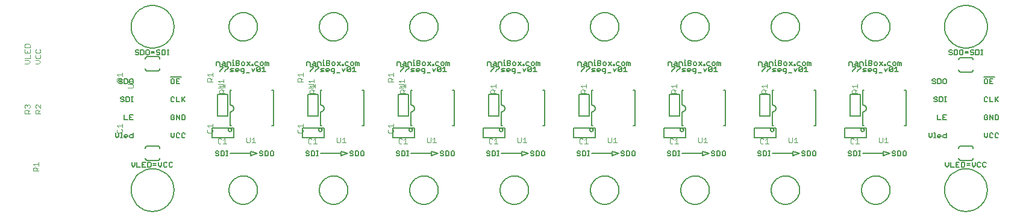
<source format=gto>
G75*
G70*
%OFA0B0*%
%FSLAX24Y24*%
%IPPOS*%
%LPD*%
%AMOC8*
5,1,8,0,0,1.08239X$1,22.5*
%
%ADD10C,0.0030*%
%ADD11C,0.0050*%
%ADD12C,0.0059*%
%ADD13C,0.0080*%
D10*
X000694Y002366D02*
X000694Y002511D01*
X000742Y002559D01*
X000839Y002559D01*
X000887Y002511D01*
X000887Y002366D01*
X000887Y002462D02*
X000984Y002559D01*
X000984Y002660D02*
X000984Y002854D01*
X000984Y002757D02*
X000694Y002757D01*
X000791Y002660D01*
X000694Y002366D02*
X000984Y002366D01*
X005325Y004539D02*
X005374Y004491D01*
X005567Y004491D01*
X005615Y004539D01*
X005615Y004636D01*
X005567Y004685D01*
X005615Y004786D02*
X005615Y004979D01*
X005615Y004882D02*
X005325Y004882D01*
X005422Y004786D01*
X005374Y004685D02*
X005325Y004636D01*
X005325Y004539D01*
X001102Y005555D02*
X000812Y005555D01*
X000812Y005700D01*
X000860Y005748D01*
X000957Y005748D01*
X001005Y005700D01*
X001005Y005555D01*
X001005Y005651D02*
X001102Y005748D01*
X001102Y005849D02*
X000909Y006043D01*
X000860Y006043D01*
X000812Y005994D01*
X000812Y005898D01*
X000860Y005849D01*
X001102Y005849D02*
X001102Y006043D01*
X000512Y005994D02*
X000512Y005898D01*
X000463Y005849D01*
X000512Y005748D02*
X000415Y005651D01*
X000415Y005700D02*
X000415Y005555D01*
X000512Y005555D02*
X000221Y005555D01*
X000221Y005700D01*
X000270Y005748D01*
X000367Y005748D01*
X000415Y005700D01*
X000270Y005849D02*
X000221Y005898D01*
X000221Y005994D01*
X000270Y006043D01*
X000318Y006043D01*
X000367Y005994D01*
X000415Y006043D01*
X000463Y006043D01*
X000512Y005994D01*
X000367Y005994D02*
X000367Y005946D01*
X005940Y006971D02*
X006182Y006971D01*
X006231Y007020D01*
X006231Y007116D01*
X006182Y007165D01*
X005940Y007165D01*
X006037Y007266D02*
X005940Y007363D01*
X006231Y007363D01*
X006231Y007459D02*
X006231Y007266D01*
X005615Y007326D02*
X005325Y007326D01*
X005325Y007471D01*
X005374Y007519D01*
X005470Y007519D01*
X005519Y007471D01*
X005519Y007326D01*
X005519Y007422D02*
X005615Y007519D01*
X005615Y007620D02*
X005615Y007814D01*
X005615Y007717D02*
X005325Y007717D01*
X005422Y007620D01*
X001102Y008426D02*
X001005Y008522D01*
X000812Y008522D01*
X000860Y008624D02*
X001054Y008624D01*
X001102Y008672D01*
X001102Y008769D01*
X001054Y008817D01*
X001054Y008918D02*
X001102Y008967D01*
X001102Y009063D01*
X001054Y009112D01*
X000860Y009112D02*
X000812Y009063D01*
X000812Y008967D01*
X000860Y008918D01*
X001054Y008918D01*
X000860Y008817D02*
X000812Y008769D01*
X000812Y008672D01*
X000860Y008624D01*
X001102Y008426D02*
X001005Y008329D01*
X000812Y008329D01*
X000512Y008426D02*
X000415Y008522D01*
X000221Y008522D01*
X000221Y008624D02*
X000512Y008624D01*
X000512Y008817D01*
X000512Y008918D02*
X000512Y009112D01*
X000512Y009213D02*
X000512Y009358D01*
X000463Y009406D01*
X000270Y009406D01*
X000221Y009358D01*
X000221Y009213D01*
X000512Y009213D01*
X000367Y009015D02*
X000367Y008918D01*
X000512Y008918D02*
X000221Y008918D01*
X000221Y009112D01*
X000512Y008426D02*
X000415Y008329D01*
X000221Y008329D01*
X010325Y007717D02*
X010615Y007717D01*
X010615Y007620D02*
X010615Y007814D01*
X010422Y007620D02*
X010325Y007717D01*
X010374Y007519D02*
X010470Y007519D01*
X010519Y007471D01*
X010519Y007326D01*
X010519Y007422D02*
X010615Y007519D01*
X010374Y007519D02*
X010325Y007471D01*
X010325Y007326D01*
X010615Y007326D01*
X010940Y007363D02*
X011231Y007363D01*
X011231Y007459D02*
X011231Y007266D01*
X011182Y007165D02*
X010940Y007165D01*
X011002Y007067D02*
X011293Y007067D01*
X011231Y007020D02*
X011231Y007116D01*
X011182Y007165D01*
X011293Y007164D02*
X011293Y006971D01*
X011231Y007020D02*
X011182Y006971D01*
X010940Y006971D01*
X011002Y007067D02*
X011099Y006971D01*
X011051Y006870D02*
X011147Y006870D01*
X011196Y006821D01*
X011196Y006676D01*
X011293Y006676D02*
X011002Y006676D01*
X011002Y006821D01*
X011051Y006870D01*
X011196Y006773D02*
X011293Y006870D01*
X011037Y007266D02*
X010940Y007363D01*
X015325Y007326D02*
X015325Y007471D01*
X015374Y007519D01*
X015470Y007519D01*
X015519Y007471D01*
X015519Y007326D01*
X015519Y007422D02*
X015615Y007519D01*
X015615Y007620D02*
X015615Y007814D01*
X015615Y007717D02*
X015325Y007717D01*
X015422Y007620D01*
X015940Y007363D02*
X016231Y007363D01*
X016231Y007459D02*
X016231Y007266D01*
X016182Y007165D02*
X015940Y007165D01*
X016002Y007067D02*
X016293Y007067D01*
X016231Y007020D02*
X016231Y007116D01*
X016182Y007165D01*
X016293Y007164D02*
X016293Y006971D01*
X016231Y007020D02*
X016182Y006971D01*
X015940Y006971D01*
X016002Y007067D02*
X016099Y006971D01*
X016051Y006870D02*
X016147Y006870D01*
X016196Y006821D01*
X016196Y006676D01*
X016293Y006676D02*
X016002Y006676D01*
X016002Y006821D01*
X016051Y006870D01*
X016196Y006773D02*
X016293Y006870D01*
X016037Y007266D02*
X015940Y007363D01*
X015615Y007326D02*
X015325Y007326D01*
X020325Y007326D02*
X020325Y007471D01*
X020374Y007519D01*
X020470Y007519D01*
X020519Y007471D01*
X020519Y007326D01*
X020519Y007422D02*
X020615Y007519D01*
X020615Y007620D02*
X020615Y007814D01*
X020615Y007717D02*
X020325Y007717D01*
X020422Y007620D01*
X020940Y007363D02*
X021231Y007363D01*
X021231Y007459D02*
X021231Y007266D01*
X021182Y007165D02*
X020940Y007165D01*
X021002Y007067D02*
X021293Y007067D01*
X021231Y007020D02*
X021231Y007116D01*
X021182Y007165D01*
X021293Y007164D02*
X021293Y006971D01*
X021231Y007020D02*
X021182Y006971D01*
X020940Y006971D01*
X021002Y007067D02*
X021099Y006971D01*
X021051Y006870D02*
X021147Y006870D01*
X021196Y006821D01*
X021196Y006676D01*
X021293Y006676D02*
X021002Y006676D01*
X021002Y006821D01*
X021051Y006870D01*
X021196Y006773D02*
X021293Y006870D01*
X021037Y007266D02*
X020940Y007363D01*
X020615Y007326D02*
X020325Y007326D01*
X026002Y007067D02*
X026099Y006971D01*
X026051Y006870D02*
X026147Y006870D01*
X026196Y006821D01*
X026196Y006676D01*
X026293Y006676D02*
X026002Y006676D01*
X026002Y006821D01*
X026051Y006870D01*
X026196Y006773D02*
X026293Y006870D01*
X026293Y006971D02*
X026293Y007164D01*
X026293Y007067D02*
X026002Y007067D01*
X031002Y007067D02*
X031099Y006971D01*
X031051Y006870D02*
X031147Y006870D01*
X031196Y006821D01*
X031196Y006676D01*
X031293Y006676D02*
X031002Y006676D01*
X031002Y006821D01*
X031051Y006870D01*
X031196Y006773D02*
X031293Y006870D01*
X031293Y006971D02*
X031293Y007164D01*
X031293Y007067D02*
X031002Y007067D01*
X036002Y007067D02*
X036099Y006971D01*
X036051Y006870D02*
X036147Y006870D01*
X036196Y006821D01*
X036196Y006676D01*
X036293Y006676D02*
X036002Y006676D01*
X036002Y006821D01*
X036051Y006870D01*
X036196Y006773D02*
X036293Y006870D01*
X036293Y006971D02*
X036293Y007164D01*
X036293Y007067D02*
X036002Y007067D01*
X041002Y007067D02*
X041293Y007067D01*
X041293Y006971D02*
X041293Y007164D01*
X041099Y006971D02*
X041002Y007067D01*
X041051Y006870D02*
X041147Y006870D01*
X041196Y006821D01*
X041196Y006676D01*
X041293Y006676D02*
X041002Y006676D01*
X041002Y006821D01*
X041051Y006870D01*
X041196Y006773D02*
X041293Y006870D01*
X046002Y006821D02*
X046002Y006676D01*
X046293Y006676D01*
X046196Y006676D02*
X046196Y006821D01*
X046147Y006870D01*
X046051Y006870D01*
X046002Y006821D01*
X046099Y006971D02*
X046002Y007067D01*
X046293Y007067D01*
X046293Y006971D02*
X046293Y007164D01*
X046293Y006870D02*
X046196Y006773D01*
X047504Y004224D02*
X047504Y003983D01*
X047553Y003934D01*
X047649Y003934D01*
X047698Y003983D01*
X047698Y004224D01*
X047799Y004128D02*
X047896Y004224D01*
X047896Y003934D01*
X047992Y003934D02*
X047799Y003934D01*
X046398Y003875D02*
X046204Y003875D01*
X046301Y003875D02*
X046301Y004165D01*
X046204Y004069D01*
X046103Y004117D02*
X046055Y004165D01*
X045958Y004165D01*
X045910Y004117D01*
X045910Y003923D01*
X045958Y003875D01*
X046055Y003875D01*
X046103Y003923D01*
X042992Y003934D02*
X042799Y003934D01*
X042896Y003934D02*
X042896Y004224D01*
X042799Y004128D01*
X042698Y004224D02*
X042698Y003983D01*
X042649Y003934D01*
X042553Y003934D01*
X042504Y003983D01*
X042504Y004224D01*
X041301Y004165D02*
X041204Y004069D01*
X041103Y004117D02*
X041055Y004165D01*
X040958Y004165D01*
X040910Y004117D01*
X040910Y003923D01*
X040958Y003875D01*
X041055Y003875D01*
X041103Y003923D01*
X041204Y003875D02*
X041398Y003875D01*
X041301Y003875D02*
X041301Y004165D01*
X037992Y003934D02*
X037799Y003934D01*
X037896Y003934D02*
X037896Y004224D01*
X037799Y004128D01*
X037698Y004224D02*
X037698Y003983D01*
X037649Y003934D01*
X037553Y003934D01*
X037504Y003983D01*
X037504Y004224D01*
X036301Y004165D02*
X036204Y004069D01*
X036103Y004117D02*
X036055Y004165D01*
X035958Y004165D01*
X035910Y004117D01*
X035910Y003923D01*
X035958Y003875D01*
X036055Y003875D01*
X036103Y003923D01*
X036204Y003875D02*
X036398Y003875D01*
X036301Y003875D02*
X036301Y004165D01*
X032992Y003934D02*
X032799Y003934D01*
X032896Y003934D02*
X032896Y004224D01*
X032799Y004128D01*
X032698Y004224D02*
X032698Y003983D01*
X032649Y003934D01*
X032553Y003934D01*
X032504Y003983D01*
X032504Y004224D01*
X031301Y004165D02*
X031204Y004069D01*
X031103Y004117D02*
X031055Y004165D01*
X030958Y004165D01*
X030910Y004117D01*
X030910Y003923D01*
X030958Y003875D01*
X031055Y003875D01*
X031103Y003923D01*
X031204Y003875D02*
X031398Y003875D01*
X031301Y003875D02*
X031301Y004165D01*
X027992Y003934D02*
X027799Y003934D01*
X027896Y003934D02*
X027896Y004224D01*
X027799Y004128D01*
X027698Y004224D02*
X027698Y003983D01*
X027649Y003934D01*
X027553Y003934D01*
X027504Y003983D01*
X027504Y004224D01*
X026301Y004165D02*
X026301Y003875D01*
X026204Y003875D02*
X026398Y003875D01*
X026204Y004069D02*
X026301Y004165D01*
X026103Y004117D02*
X026055Y004165D01*
X025958Y004165D01*
X025910Y004117D01*
X025910Y003923D01*
X025958Y003875D01*
X026055Y003875D01*
X026103Y003923D01*
X022992Y003934D02*
X022799Y003934D01*
X022896Y003934D02*
X022896Y004224D01*
X022799Y004128D01*
X022698Y004224D02*
X022698Y003983D01*
X022649Y003934D01*
X022553Y003934D01*
X022504Y003983D01*
X022504Y004224D01*
X021398Y003875D02*
X021204Y003875D01*
X021301Y003875D02*
X021301Y004165D01*
X021204Y004069D01*
X021103Y004117D02*
X021055Y004165D01*
X020958Y004165D01*
X020910Y004117D01*
X020910Y003923D01*
X020958Y003875D01*
X021055Y003875D01*
X021103Y003923D01*
X020567Y004491D02*
X020615Y004539D01*
X020615Y004636D01*
X020567Y004685D01*
X020615Y004786D02*
X020615Y004979D01*
X020615Y004882D02*
X020325Y004882D01*
X020422Y004786D01*
X020374Y004685D02*
X020325Y004636D01*
X020325Y004539D01*
X020374Y004491D01*
X020567Y004491D01*
X017992Y003934D02*
X017799Y003934D01*
X017896Y003934D02*
X017896Y004224D01*
X017799Y004128D01*
X017698Y004224D02*
X017698Y003983D01*
X017649Y003934D01*
X017553Y003934D01*
X017504Y003983D01*
X017504Y004224D01*
X016301Y004165D02*
X016204Y004069D01*
X016103Y004117D02*
X016055Y004165D01*
X015958Y004165D01*
X015910Y004117D01*
X015910Y003923D01*
X015958Y003875D01*
X016055Y003875D01*
X016103Y003923D01*
X016204Y003875D02*
X016398Y003875D01*
X016301Y003875D02*
X016301Y004165D01*
X015615Y004539D02*
X015615Y004636D01*
X015567Y004685D01*
X015615Y004786D02*
X015615Y004979D01*
X015615Y004882D02*
X015325Y004882D01*
X015422Y004786D01*
X015374Y004685D02*
X015325Y004636D01*
X015325Y004539D01*
X015374Y004491D01*
X015567Y004491D01*
X015615Y004539D01*
X012992Y003934D02*
X012799Y003934D01*
X012896Y003934D02*
X012896Y004224D01*
X012799Y004128D01*
X012698Y004224D02*
X012698Y003983D01*
X012649Y003934D01*
X012553Y003934D01*
X012504Y003983D01*
X012504Y004224D01*
X011301Y004165D02*
X011204Y004069D01*
X011103Y004117D02*
X011055Y004165D01*
X010958Y004165D01*
X010910Y004117D01*
X010910Y003923D01*
X010958Y003875D01*
X011055Y003875D01*
X011103Y003923D01*
X011204Y003875D02*
X011398Y003875D01*
X011301Y003875D02*
X011301Y004165D01*
X010615Y004539D02*
X010615Y004636D01*
X010567Y004685D01*
X010615Y004786D02*
X010615Y004979D01*
X010615Y004882D02*
X010325Y004882D01*
X010422Y004786D01*
X010374Y004685D02*
X010325Y004636D01*
X010325Y004539D01*
X010374Y004491D01*
X010567Y004491D01*
X010615Y004539D01*
D11*
X006119Y001306D02*
X006121Y001375D01*
X006127Y001443D01*
X006137Y001511D01*
X006151Y001578D01*
X006169Y001645D01*
X006190Y001710D01*
X006216Y001774D01*
X006245Y001836D01*
X006277Y001896D01*
X006313Y001955D01*
X006353Y002011D01*
X006395Y002065D01*
X006441Y002116D01*
X006490Y002165D01*
X006541Y002211D01*
X006595Y002253D01*
X006651Y002293D01*
X006709Y002329D01*
X006770Y002361D01*
X006832Y002390D01*
X006896Y002416D01*
X006961Y002437D01*
X007028Y002455D01*
X007095Y002469D01*
X007163Y002479D01*
X007231Y002485D01*
X007300Y002487D01*
X007369Y002485D01*
X007437Y002479D01*
X007505Y002469D01*
X007572Y002455D01*
X007639Y002437D01*
X007704Y002416D01*
X007768Y002390D01*
X007830Y002361D01*
X007890Y002329D01*
X007949Y002293D01*
X008005Y002253D01*
X008059Y002211D01*
X008110Y002165D01*
X008159Y002116D01*
X008205Y002065D01*
X008247Y002011D01*
X008287Y001955D01*
X008323Y001896D01*
X008355Y001836D01*
X008384Y001774D01*
X008410Y001710D01*
X008431Y001645D01*
X008449Y001578D01*
X008463Y001511D01*
X008473Y001443D01*
X008479Y001375D01*
X008481Y001306D01*
X008479Y001237D01*
X008473Y001169D01*
X008463Y001101D01*
X008449Y001034D01*
X008431Y000967D01*
X008410Y000902D01*
X008384Y000838D01*
X008355Y000776D01*
X008323Y000715D01*
X008287Y000657D01*
X008247Y000601D01*
X008205Y000547D01*
X008159Y000496D01*
X008110Y000447D01*
X008059Y000401D01*
X008005Y000359D01*
X007949Y000319D01*
X007891Y000283D01*
X007830Y000251D01*
X007768Y000222D01*
X007704Y000196D01*
X007639Y000175D01*
X007572Y000157D01*
X007505Y000143D01*
X007437Y000133D01*
X007369Y000127D01*
X007300Y000125D01*
X007231Y000127D01*
X007163Y000133D01*
X007095Y000143D01*
X007028Y000157D01*
X006961Y000175D01*
X006896Y000196D01*
X006832Y000222D01*
X006770Y000251D01*
X006709Y000283D01*
X006651Y000319D01*
X006595Y000359D01*
X006541Y000401D01*
X006490Y000447D01*
X006441Y000496D01*
X006395Y000547D01*
X006353Y000601D01*
X006313Y000657D01*
X006277Y000715D01*
X006245Y000776D01*
X006216Y000838D01*
X006190Y000902D01*
X006169Y000967D01*
X006151Y001034D01*
X006137Y001101D01*
X006127Y001169D01*
X006121Y001237D01*
X006119Y001306D01*
X006236Y002586D02*
X006326Y002676D01*
X006326Y002856D01*
X006441Y002856D02*
X006441Y002586D01*
X006621Y002586D01*
X006735Y002586D02*
X006916Y002586D01*
X007030Y002586D02*
X007165Y002586D01*
X007210Y002631D01*
X007210Y002811D01*
X007165Y002856D01*
X007030Y002856D01*
X007030Y002586D01*
X006826Y002721D02*
X006735Y002721D01*
X006735Y002856D02*
X006735Y002586D01*
X006236Y002586D02*
X006146Y002676D01*
X006146Y002856D01*
X006735Y002856D02*
X006916Y002856D01*
X007325Y002766D02*
X007505Y002766D01*
X007505Y002676D02*
X007325Y002676D01*
X007619Y002676D02*
X007709Y002586D01*
X007800Y002676D01*
X007800Y002856D01*
X007914Y002811D02*
X007914Y002631D01*
X007959Y002586D01*
X008049Y002586D01*
X008094Y002631D01*
X008209Y002631D02*
X008254Y002586D01*
X008344Y002586D01*
X008389Y002631D01*
X008209Y002631D02*
X008209Y002811D01*
X008254Y002856D01*
X008344Y002856D01*
X008389Y002811D01*
X008094Y002811D02*
X008049Y002856D01*
X007959Y002856D01*
X007914Y002811D01*
X007619Y002856D02*
X007619Y002676D01*
X010783Y003244D02*
X010828Y003199D01*
X010918Y003199D01*
X010963Y003244D01*
X010963Y003289D01*
X010918Y003334D01*
X010828Y003334D01*
X010783Y003379D01*
X010783Y003424D01*
X010828Y003469D01*
X010918Y003469D01*
X010963Y003424D01*
X011078Y003469D02*
X011213Y003469D01*
X011258Y003424D01*
X011258Y003244D01*
X011213Y003199D01*
X011078Y003199D01*
X011078Y003469D01*
X011372Y003469D02*
X011462Y003469D01*
X011417Y003469D02*
X011417Y003199D01*
X011372Y003199D02*
X011462Y003199D01*
X013222Y003244D02*
X013267Y003199D01*
X013357Y003199D01*
X013403Y003244D01*
X013403Y003289D01*
X013357Y003334D01*
X013267Y003334D01*
X013222Y003379D01*
X013222Y003424D01*
X013267Y003469D01*
X013357Y003469D01*
X013403Y003424D01*
X013517Y003469D02*
X013652Y003469D01*
X013697Y003424D01*
X013697Y003244D01*
X013652Y003199D01*
X013517Y003199D01*
X013517Y003469D01*
X013812Y003424D02*
X013812Y003244D01*
X013857Y003199D01*
X013947Y003199D01*
X013992Y003244D01*
X013992Y003424D01*
X013947Y003469D01*
X013857Y003469D01*
X013812Y003424D01*
X015783Y003424D02*
X015783Y003379D01*
X015828Y003334D01*
X015918Y003334D01*
X015963Y003289D01*
X015963Y003244D01*
X015918Y003199D01*
X015828Y003199D01*
X015783Y003244D01*
X016078Y003199D02*
X016213Y003199D01*
X016258Y003244D01*
X016258Y003424D01*
X016213Y003469D01*
X016078Y003469D01*
X016078Y003199D01*
X016372Y003199D02*
X016462Y003199D01*
X016417Y003199D02*
X016417Y003469D01*
X016372Y003469D02*
X016462Y003469D01*
X015963Y003424D02*
X015918Y003469D01*
X015828Y003469D01*
X015783Y003424D01*
X018222Y003424D02*
X018222Y003379D01*
X018267Y003334D01*
X018357Y003334D01*
X018403Y003289D01*
X018403Y003244D01*
X018357Y003199D01*
X018267Y003199D01*
X018222Y003244D01*
X018517Y003199D02*
X018652Y003199D01*
X018697Y003244D01*
X018697Y003424D01*
X018652Y003469D01*
X018517Y003469D01*
X018517Y003199D01*
X018812Y003244D02*
X018857Y003199D01*
X018947Y003199D01*
X018992Y003244D01*
X018992Y003424D01*
X018947Y003469D01*
X018857Y003469D01*
X018812Y003424D01*
X018812Y003244D01*
X018403Y003424D02*
X018357Y003469D01*
X018267Y003469D01*
X018222Y003424D01*
X020783Y003424D02*
X020783Y003379D01*
X020828Y003334D01*
X020918Y003334D01*
X020963Y003289D01*
X020963Y003244D01*
X020918Y003199D01*
X020828Y003199D01*
X020783Y003244D01*
X021078Y003199D02*
X021213Y003199D01*
X021258Y003244D01*
X021258Y003424D01*
X021213Y003469D01*
X021078Y003469D01*
X021078Y003199D01*
X021372Y003199D02*
X021462Y003199D01*
X021417Y003199D02*
X021417Y003469D01*
X021372Y003469D02*
X021462Y003469D01*
X020963Y003424D02*
X020918Y003469D01*
X020828Y003469D01*
X020783Y003424D01*
X023222Y003424D02*
X023222Y003379D01*
X023267Y003334D01*
X023357Y003334D01*
X023403Y003289D01*
X023403Y003244D01*
X023357Y003199D01*
X023267Y003199D01*
X023222Y003244D01*
X023517Y003199D02*
X023652Y003199D01*
X023697Y003244D01*
X023697Y003424D01*
X023652Y003469D01*
X023517Y003469D01*
X023517Y003199D01*
X023812Y003244D02*
X023857Y003199D01*
X023947Y003199D01*
X023992Y003244D01*
X023992Y003424D01*
X023947Y003469D01*
X023857Y003469D01*
X023812Y003424D01*
X023812Y003244D01*
X023403Y003424D02*
X023357Y003469D01*
X023267Y003469D01*
X023222Y003424D01*
X025783Y003424D02*
X025783Y003379D01*
X025828Y003334D01*
X025918Y003334D01*
X025963Y003289D01*
X025963Y003244D01*
X025918Y003199D01*
X025828Y003199D01*
X025783Y003244D01*
X026078Y003199D02*
X026213Y003199D01*
X026258Y003244D01*
X026258Y003424D01*
X026213Y003469D01*
X026078Y003469D01*
X026078Y003199D01*
X026372Y003199D02*
X026462Y003199D01*
X026417Y003199D02*
X026417Y003469D01*
X026372Y003469D02*
X026462Y003469D01*
X025963Y003424D02*
X025918Y003469D01*
X025828Y003469D01*
X025783Y003424D01*
X028222Y003424D02*
X028222Y003379D01*
X028267Y003334D01*
X028357Y003334D01*
X028403Y003289D01*
X028403Y003244D01*
X028357Y003199D01*
X028267Y003199D01*
X028222Y003244D01*
X028517Y003199D02*
X028652Y003199D01*
X028697Y003244D01*
X028697Y003424D01*
X028652Y003469D01*
X028517Y003469D01*
X028517Y003199D01*
X028812Y003244D02*
X028857Y003199D01*
X028947Y003199D01*
X028992Y003244D01*
X028992Y003424D01*
X028947Y003469D01*
X028857Y003469D01*
X028812Y003424D01*
X028812Y003244D01*
X028403Y003424D02*
X028357Y003469D01*
X028267Y003469D01*
X028222Y003424D01*
X030783Y003424D02*
X030783Y003379D01*
X030828Y003334D01*
X030918Y003334D01*
X030963Y003289D01*
X030963Y003244D01*
X030918Y003199D01*
X030828Y003199D01*
X030783Y003244D01*
X031078Y003199D02*
X031213Y003199D01*
X031258Y003244D01*
X031258Y003424D01*
X031213Y003469D01*
X031078Y003469D01*
X031078Y003199D01*
X031372Y003199D02*
X031462Y003199D01*
X031417Y003199D02*
X031417Y003469D01*
X031372Y003469D02*
X031462Y003469D01*
X030963Y003424D02*
X030918Y003469D01*
X030828Y003469D01*
X030783Y003424D01*
X033222Y003424D02*
X033222Y003379D01*
X033267Y003334D01*
X033357Y003334D01*
X033403Y003289D01*
X033403Y003244D01*
X033357Y003199D01*
X033267Y003199D01*
X033222Y003244D01*
X033517Y003199D02*
X033652Y003199D01*
X033697Y003244D01*
X033697Y003424D01*
X033652Y003469D01*
X033517Y003469D01*
X033517Y003199D01*
X033812Y003244D02*
X033857Y003199D01*
X033947Y003199D01*
X033992Y003244D01*
X033992Y003424D01*
X033947Y003469D01*
X033857Y003469D01*
X033812Y003424D01*
X033812Y003244D01*
X033403Y003424D02*
X033357Y003469D01*
X033267Y003469D01*
X033222Y003424D01*
X035783Y003424D02*
X035783Y003379D01*
X035828Y003334D01*
X035918Y003334D01*
X035963Y003289D01*
X035963Y003244D01*
X035918Y003199D01*
X035828Y003199D01*
X035783Y003244D01*
X036078Y003199D02*
X036213Y003199D01*
X036258Y003244D01*
X036258Y003424D01*
X036213Y003469D01*
X036078Y003469D01*
X036078Y003199D01*
X036372Y003199D02*
X036462Y003199D01*
X036417Y003199D02*
X036417Y003469D01*
X036372Y003469D02*
X036462Y003469D01*
X035963Y003424D02*
X035918Y003469D01*
X035828Y003469D01*
X035783Y003424D01*
X038222Y003424D02*
X038222Y003379D01*
X038267Y003334D01*
X038357Y003334D01*
X038403Y003289D01*
X038403Y003244D01*
X038357Y003199D01*
X038267Y003199D01*
X038222Y003244D01*
X038517Y003199D02*
X038652Y003199D01*
X038697Y003244D01*
X038697Y003424D01*
X038652Y003469D01*
X038517Y003469D01*
X038517Y003199D01*
X038812Y003244D02*
X038857Y003199D01*
X038947Y003199D01*
X038992Y003244D01*
X038992Y003424D01*
X038947Y003469D01*
X038857Y003469D01*
X038812Y003424D01*
X038812Y003244D01*
X038403Y003424D02*
X038357Y003469D01*
X038267Y003469D01*
X038222Y003424D01*
X040783Y003424D02*
X040783Y003379D01*
X040828Y003334D01*
X040918Y003334D01*
X040963Y003289D01*
X040963Y003244D01*
X040918Y003199D01*
X040828Y003199D01*
X040783Y003244D01*
X041078Y003199D02*
X041213Y003199D01*
X041258Y003244D01*
X041258Y003424D01*
X041213Y003469D01*
X041078Y003469D01*
X041078Y003199D01*
X041372Y003199D02*
X041462Y003199D01*
X041417Y003199D02*
X041417Y003469D01*
X041372Y003469D02*
X041462Y003469D01*
X040963Y003424D02*
X040918Y003469D01*
X040828Y003469D01*
X040783Y003424D01*
X043222Y003424D02*
X043222Y003379D01*
X043267Y003334D01*
X043357Y003334D01*
X043403Y003289D01*
X043403Y003244D01*
X043357Y003199D01*
X043267Y003199D01*
X043222Y003244D01*
X043517Y003199D02*
X043652Y003199D01*
X043697Y003244D01*
X043697Y003424D01*
X043652Y003469D01*
X043517Y003469D01*
X043517Y003199D01*
X043812Y003244D02*
X043857Y003199D01*
X043947Y003199D01*
X043992Y003244D01*
X043992Y003424D01*
X043947Y003469D01*
X043857Y003469D01*
X043812Y003424D01*
X043812Y003244D01*
X043403Y003424D02*
X043357Y003469D01*
X043267Y003469D01*
X043222Y003424D01*
X045783Y003424D02*
X045783Y003379D01*
X045828Y003334D01*
X045918Y003334D01*
X045963Y003289D01*
X045963Y003244D01*
X045918Y003199D01*
X045828Y003199D01*
X045783Y003244D01*
X046078Y003199D02*
X046213Y003199D01*
X046258Y003244D01*
X046258Y003424D01*
X046213Y003469D01*
X046078Y003469D01*
X046078Y003199D01*
X046372Y003199D02*
X046462Y003199D01*
X046417Y003199D02*
X046417Y003469D01*
X046372Y003469D02*
X046462Y003469D01*
X045963Y003424D02*
X045918Y003469D01*
X045828Y003469D01*
X045783Y003424D01*
X048222Y003424D02*
X048222Y003379D01*
X048267Y003334D01*
X048357Y003334D01*
X048403Y003289D01*
X048403Y003244D01*
X048357Y003199D01*
X048267Y003199D01*
X048222Y003244D01*
X048517Y003199D02*
X048652Y003199D01*
X048697Y003244D01*
X048697Y003424D01*
X048652Y003469D01*
X048517Y003469D01*
X048517Y003199D01*
X048812Y003244D02*
X048857Y003199D01*
X048947Y003199D01*
X048992Y003244D01*
X048992Y003424D01*
X048947Y003469D01*
X048857Y003469D01*
X048812Y003424D01*
X048812Y003244D01*
X048403Y003424D02*
X048357Y003469D01*
X048267Y003469D01*
X048222Y003424D01*
X051170Y002856D02*
X051170Y002676D01*
X051260Y002586D01*
X051350Y002676D01*
X051350Y002856D01*
X051464Y002856D02*
X051464Y002586D01*
X051645Y002586D01*
X051759Y002586D02*
X051939Y002586D01*
X052054Y002586D02*
X052189Y002586D01*
X052234Y002631D01*
X052234Y002811D01*
X052189Y002856D01*
X052054Y002856D01*
X052054Y002586D01*
X051849Y002721D02*
X051759Y002721D01*
X051759Y002856D02*
X051759Y002586D01*
X052348Y002676D02*
X052529Y002676D01*
X052529Y002766D02*
X052348Y002766D01*
X052643Y002676D02*
X052733Y002586D01*
X052823Y002676D01*
X052823Y002856D01*
X052938Y002811D02*
X052938Y002631D01*
X052983Y002586D01*
X053073Y002586D01*
X053118Y002631D01*
X053232Y002631D02*
X053277Y002586D01*
X053367Y002586D01*
X053412Y002631D01*
X053232Y002631D02*
X053232Y002811D01*
X053277Y002856D01*
X053367Y002856D01*
X053412Y002811D01*
X053118Y002811D02*
X053073Y002856D01*
X052983Y002856D01*
X052938Y002811D01*
X052643Y002856D02*
X052643Y002676D01*
X051939Y002856D02*
X051759Y002856D01*
X051210Y004199D02*
X051075Y004199D01*
X051030Y004244D01*
X051030Y004334D01*
X051075Y004379D01*
X051210Y004379D01*
X051210Y004469D02*
X051210Y004199D01*
X050916Y004289D02*
X050735Y004289D01*
X050735Y004244D02*
X050735Y004334D01*
X050780Y004379D01*
X050871Y004379D01*
X050916Y004334D01*
X050916Y004289D01*
X050871Y004199D02*
X050780Y004199D01*
X050735Y004244D01*
X050629Y004199D02*
X050539Y004199D01*
X050584Y004199D02*
X050584Y004469D01*
X050539Y004469D01*
X050425Y004469D02*
X050425Y004289D01*
X050334Y004199D01*
X050244Y004289D01*
X050244Y004469D01*
X050735Y005199D02*
X050916Y005199D01*
X051030Y005199D02*
X051210Y005199D01*
X051120Y005334D02*
X051030Y005334D01*
X051030Y005469D02*
X051030Y005199D01*
X050735Y005199D02*
X050735Y005469D01*
X051030Y005469D02*
X051210Y005469D01*
X053325Y005424D02*
X053325Y005244D01*
X053370Y005199D01*
X053460Y005199D01*
X053505Y005244D01*
X053505Y005334D01*
X053415Y005334D01*
X053505Y005424D02*
X053460Y005469D01*
X053370Y005469D01*
X053325Y005424D01*
X053619Y005469D02*
X053800Y005199D01*
X053800Y005469D01*
X053914Y005469D02*
X054049Y005469D01*
X054094Y005424D01*
X054094Y005244D01*
X054049Y005199D01*
X053914Y005199D01*
X053914Y005469D01*
X053619Y005469D02*
X053619Y005199D01*
X053664Y004469D02*
X053619Y004424D01*
X053619Y004244D01*
X053664Y004199D01*
X053755Y004199D01*
X053800Y004244D01*
X053914Y004244D02*
X053959Y004199D01*
X054049Y004199D01*
X054094Y004244D01*
X054094Y004424D02*
X054049Y004469D01*
X053959Y004469D01*
X053914Y004424D01*
X053914Y004244D01*
X053800Y004424D02*
X053755Y004469D01*
X053664Y004469D01*
X053505Y004469D02*
X053505Y004289D01*
X053415Y004199D01*
X053325Y004289D01*
X053325Y004469D01*
X046780Y004200D02*
X045599Y004200D01*
X045599Y004751D01*
X046780Y004751D01*
X046780Y004200D01*
X046490Y004653D02*
X046492Y004672D01*
X046498Y004690D01*
X046507Y004706D01*
X046519Y004720D01*
X046534Y004732D01*
X046551Y004740D01*
X046569Y004745D01*
X046588Y004746D01*
X046606Y004743D01*
X046624Y004736D01*
X046640Y004727D01*
X046654Y004714D01*
X046664Y004698D01*
X046672Y004681D01*
X046676Y004662D01*
X046676Y004644D01*
X046672Y004625D01*
X046664Y004608D01*
X046654Y004592D01*
X046640Y004579D01*
X046624Y004570D01*
X046606Y004563D01*
X046588Y004560D01*
X046569Y004561D01*
X046551Y004566D01*
X046534Y004574D01*
X046519Y004586D01*
X046507Y004600D01*
X046498Y004616D01*
X046492Y004634D01*
X046490Y004653D01*
X046457Y005426D02*
X045906Y005426D01*
X045906Y006607D01*
X046457Y006607D01*
X046457Y005426D01*
X050539Y006244D02*
X050584Y006199D01*
X050674Y006199D01*
X050719Y006244D01*
X050719Y006289D01*
X050674Y006334D01*
X050584Y006334D01*
X050539Y006379D01*
X050539Y006424D01*
X050584Y006469D01*
X050674Y006469D01*
X050719Y006424D01*
X050834Y006469D02*
X050969Y006469D01*
X051014Y006424D01*
X051014Y006244D01*
X050969Y006199D01*
X050834Y006199D01*
X050834Y006469D01*
X051128Y006469D02*
X051218Y006469D01*
X051173Y006469D02*
X051173Y006199D01*
X051128Y006199D02*
X051218Y006199D01*
X053325Y006244D02*
X053370Y006199D01*
X053460Y006199D01*
X053505Y006244D01*
X053619Y006199D02*
X053800Y006199D01*
X053914Y006199D02*
X053914Y006469D01*
X053959Y006334D02*
X054094Y006199D01*
X053914Y006289D02*
X054094Y006469D01*
X053619Y006469D02*
X053619Y006199D01*
X053325Y006244D02*
X053325Y006424D01*
X053370Y006469D01*
X053460Y006469D01*
X053505Y006424D01*
X053460Y007199D02*
X053505Y007244D01*
X053505Y007424D01*
X053460Y007469D01*
X053370Y007469D01*
X053325Y007424D01*
X053325Y007244D01*
X053370Y007199D01*
X053460Y007199D01*
X053619Y007199D02*
X053800Y007199D01*
X053709Y007334D02*
X053619Y007334D01*
X053619Y007469D02*
X053619Y007199D01*
X053619Y007469D02*
X053800Y007469D01*
X053889Y007569D02*
X053300Y007569D01*
X051210Y007424D02*
X051210Y007244D01*
X051165Y007199D01*
X051075Y007199D01*
X051030Y007244D01*
X051030Y007424D01*
X051075Y007469D01*
X051165Y007469D01*
X051210Y007424D01*
X050916Y007424D02*
X050871Y007469D01*
X050735Y007469D01*
X050735Y007199D01*
X050871Y007199D01*
X050916Y007244D01*
X050916Y007424D01*
X050621Y007424D02*
X050576Y007469D01*
X050486Y007469D01*
X050441Y007424D01*
X050441Y007379D01*
X050486Y007334D01*
X050576Y007334D01*
X050621Y007289D01*
X050621Y007244D01*
X050576Y007199D01*
X050486Y007199D01*
X050441Y007244D01*
X048548Y007867D02*
X048368Y007867D01*
X048458Y007867D02*
X048458Y008137D01*
X048368Y008047D01*
X048253Y008092D02*
X048073Y007912D01*
X048118Y007867D01*
X048208Y007867D01*
X048253Y007912D01*
X048253Y008092D01*
X048208Y008137D01*
X048118Y008137D01*
X048073Y008092D01*
X048073Y007912D01*
X047959Y008047D02*
X047869Y007867D01*
X047779Y008047D01*
X047664Y007821D02*
X047484Y007821D01*
X047369Y007821D02*
X047369Y008047D01*
X047234Y008047D01*
X047189Y008002D01*
X047189Y007912D01*
X047234Y007867D01*
X047369Y007867D01*
X047369Y007821D02*
X047324Y007776D01*
X047279Y007776D01*
X047030Y007867D02*
X046940Y007867D01*
X046895Y007912D01*
X046895Y008002D01*
X046940Y008047D01*
X047030Y008047D01*
X047075Y008002D01*
X047075Y007957D01*
X046895Y007957D01*
X046780Y007912D02*
X046735Y007957D01*
X046645Y007957D01*
X046600Y008002D01*
X046645Y008047D01*
X046780Y008047D01*
X046780Y007912D02*
X046735Y007867D01*
X046600Y007867D01*
X046485Y008092D02*
X046305Y007912D01*
X046305Y007867D01*
X046191Y008092D02*
X046011Y007912D01*
X046011Y007867D01*
X046011Y008137D02*
X046191Y008137D01*
X046191Y008092D01*
X046305Y008137D02*
X046485Y008137D01*
X046485Y008092D01*
X046428Y008221D02*
X046428Y008401D01*
X046563Y008401D01*
X046608Y008356D01*
X046608Y008221D01*
X046723Y008221D02*
X046813Y008221D01*
X046768Y008221D02*
X046768Y008401D01*
X046723Y008401D01*
X046768Y008491D02*
X046768Y008536D01*
X046919Y008491D02*
X047054Y008491D01*
X047099Y008446D01*
X047099Y008401D01*
X047054Y008356D01*
X046919Y008356D01*
X046919Y008221D02*
X046919Y008491D01*
X047054Y008356D02*
X047099Y008311D01*
X047099Y008266D01*
X047054Y008221D01*
X046919Y008221D01*
X047214Y008266D02*
X047214Y008356D01*
X047259Y008401D01*
X047349Y008401D01*
X047394Y008356D01*
X047394Y008266D01*
X047349Y008221D01*
X047259Y008221D01*
X047214Y008266D01*
X047508Y008221D02*
X047689Y008401D01*
X047689Y008221D02*
X047508Y008401D01*
X047950Y008356D02*
X047950Y008266D01*
X047995Y008221D01*
X048131Y008221D01*
X048245Y008266D02*
X048245Y008356D01*
X048290Y008401D01*
X048380Y008401D01*
X048425Y008356D01*
X048425Y008266D01*
X048380Y008221D01*
X048290Y008221D01*
X048245Y008266D01*
X047995Y008401D02*
X047950Y008356D01*
X047995Y008401D02*
X048131Y008401D01*
X048540Y008401D02*
X048585Y008401D01*
X048630Y008356D01*
X048675Y008401D01*
X048720Y008356D01*
X048720Y008221D01*
X048630Y008221D02*
X048630Y008356D01*
X048540Y008401D02*
X048540Y008221D01*
X047848Y008221D02*
X047803Y008221D01*
X047803Y008266D01*
X047848Y008266D01*
X047848Y008221D01*
X046314Y008221D02*
X046178Y008221D01*
X046133Y008266D01*
X046178Y008311D01*
X046314Y008311D01*
X046314Y008356D02*
X046314Y008221D01*
X046314Y008356D02*
X046269Y008401D01*
X046178Y008401D01*
X046019Y008356D02*
X046019Y008221D01*
X046019Y008356D02*
X045974Y008401D01*
X045839Y008401D01*
X045839Y008221D01*
X043720Y008221D02*
X043720Y008356D01*
X043675Y008401D01*
X043630Y008356D01*
X043630Y008221D01*
X043540Y008221D02*
X043540Y008401D01*
X043585Y008401D01*
X043630Y008356D01*
X043425Y008356D02*
X043380Y008401D01*
X043290Y008401D01*
X043245Y008356D01*
X043245Y008266D01*
X043290Y008221D01*
X043380Y008221D01*
X043425Y008266D01*
X043425Y008356D01*
X043131Y008401D02*
X042995Y008401D01*
X042950Y008356D01*
X042950Y008266D01*
X042995Y008221D01*
X043131Y008221D01*
X043118Y008137D02*
X043208Y008137D01*
X043253Y008092D01*
X043073Y007912D01*
X043118Y007867D01*
X043208Y007867D01*
X043253Y007912D01*
X043253Y008092D01*
X043368Y008047D02*
X043458Y008137D01*
X043458Y007867D01*
X043368Y007867D02*
X043548Y007867D01*
X043073Y007912D02*
X043073Y008092D01*
X043118Y008137D01*
X042959Y008047D02*
X042869Y007867D01*
X042779Y008047D01*
X042664Y007821D02*
X042484Y007821D01*
X042369Y007821D02*
X042369Y008047D01*
X042234Y008047D01*
X042189Y008002D01*
X042189Y007912D01*
X042234Y007867D01*
X042369Y007867D01*
X042369Y007821D02*
X042324Y007776D01*
X042279Y007776D01*
X042030Y007867D02*
X041940Y007867D01*
X041895Y007912D01*
X041895Y008002D01*
X041940Y008047D01*
X042030Y008047D01*
X042075Y008002D01*
X042075Y007957D01*
X041895Y007957D01*
X041780Y007912D02*
X041735Y007957D01*
X041645Y007957D01*
X041600Y008002D01*
X041645Y008047D01*
X041780Y008047D01*
X041780Y007912D02*
X041735Y007867D01*
X041600Y007867D01*
X041485Y008092D02*
X041305Y007912D01*
X041305Y007867D01*
X041191Y008092D02*
X041011Y007912D01*
X041011Y007867D01*
X041011Y008137D02*
X041191Y008137D01*
X041191Y008092D01*
X041305Y008137D02*
X041485Y008137D01*
X041485Y008092D01*
X041428Y008221D02*
X041428Y008401D01*
X041563Y008401D01*
X041608Y008356D01*
X041608Y008221D01*
X041723Y008221D02*
X041813Y008221D01*
X041768Y008221D02*
X041768Y008401D01*
X041723Y008401D01*
X041768Y008491D02*
X041768Y008536D01*
X041919Y008491D02*
X042054Y008491D01*
X042099Y008446D01*
X042099Y008401D01*
X042054Y008356D01*
X041919Y008356D01*
X041919Y008221D02*
X041919Y008491D01*
X042054Y008356D02*
X042099Y008311D01*
X042099Y008266D01*
X042054Y008221D01*
X041919Y008221D01*
X042214Y008266D02*
X042214Y008356D01*
X042259Y008401D01*
X042349Y008401D01*
X042394Y008356D01*
X042394Y008266D01*
X042349Y008221D01*
X042259Y008221D01*
X042214Y008266D01*
X042508Y008221D02*
X042689Y008401D01*
X042689Y008221D02*
X042508Y008401D01*
X042803Y008266D02*
X042848Y008266D01*
X042848Y008221D01*
X042803Y008221D01*
X042803Y008266D01*
X041314Y008311D02*
X041178Y008311D01*
X041133Y008266D01*
X041178Y008221D01*
X041314Y008221D01*
X041314Y008356D01*
X041269Y008401D01*
X041178Y008401D01*
X041019Y008356D02*
X041019Y008221D01*
X041019Y008356D02*
X040974Y008401D01*
X040839Y008401D01*
X040839Y008221D01*
X038720Y008221D02*
X038720Y008356D01*
X038675Y008401D01*
X038630Y008356D01*
X038630Y008221D01*
X038540Y008221D02*
X038540Y008401D01*
X038585Y008401D01*
X038630Y008356D01*
X038425Y008356D02*
X038380Y008401D01*
X038290Y008401D01*
X038245Y008356D01*
X038245Y008266D01*
X038290Y008221D01*
X038380Y008221D01*
X038425Y008266D01*
X038425Y008356D01*
X038131Y008401D02*
X037995Y008401D01*
X037950Y008356D01*
X037950Y008266D01*
X037995Y008221D01*
X038131Y008221D01*
X038118Y008137D02*
X038208Y008137D01*
X038253Y008092D01*
X038073Y007912D01*
X038118Y007867D01*
X038208Y007867D01*
X038253Y007912D01*
X038253Y008092D01*
X038368Y008047D02*
X038458Y008137D01*
X038458Y007867D01*
X038368Y007867D02*
X038548Y007867D01*
X038073Y007912D02*
X038073Y008092D01*
X038118Y008137D01*
X037959Y008047D02*
X037869Y007867D01*
X037779Y008047D01*
X037664Y007821D02*
X037484Y007821D01*
X037369Y007821D02*
X037369Y008047D01*
X037234Y008047D01*
X037189Y008002D01*
X037189Y007912D01*
X037234Y007867D01*
X037369Y007867D01*
X037369Y007821D02*
X037324Y007776D01*
X037279Y007776D01*
X037030Y007867D02*
X036940Y007867D01*
X036895Y007912D01*
X036895Y008002D01*
X036940Y008047D01*
X037030Y008047D01*
X037075Y008002D01*
X037075Y007957D01*
X036895Y007957D01*
X036780Y007912D02*
X036735Y007957D01*
X036645Y007957D01*
X036600Y008002D01*
X036645Y008047D01*
X036780Y008047D01*
X036780Y007912D02*
X036735Y007867D01*
X036600Y007867D01*
X036485Y008092D02*
X036305Y007912D01*
X036305Y007867D01*
X036191Y008092D02*
X036011Y007912D01*
X036011Y007867D01*
X036011Y008137D02*
X036191Y008137D01*
X036191Y008092D01*
X036305Y008137D02*
X036485Y008137D01*
X036485Y008092D01*
X036428Y008221D02*
X036428Y008401D01*
X036563Y008401D01*
X036608Y008356D01*
X036608Y008221D01*
X036723Y008221D02*
X036813Y008221D01*
X036768Y008221D02*
X036768Y008401D01*
X036723Y008401D01*
X036768Y008491D02*
X036768Y008536D01*
X036919Y008491D02*
X037054Y008491D01*
X037099Y008446D01*
X037099Y008401D01*
X037054Y008356D01*
X036919Y008356D01*
X036919Y008221D02*
X036919Y008491D01*
X037054Y008356D02*
X037099Y008311D01*
X037099Y008266D01*
X037054Y008221D01*
X036919Y008221D01*
X037214Y008266D02*
X037259Y008221D01*
X037349Y008221D01*
X037394Y008266D01*
X037394Y008356D01*
X037349Y008401D01*
X037259Y008401D01*
X037214Y008356D01*
X037214Y008266D01*
X037508Y008221D02*
X037689Y008401D01*
X037689Y008221D02*
X037508Y008401D01*
X037803Y008266D02*
X037848Y008266D01*
X037848Y008221D01*
X037803Y008221D01*
X037803Y008266D01*
X036314Y008311D02*
X036178Y008311D01*
X036133Y008266D01*
X036178Y008221D01*
X036314Y008221D01*
X036314Y008356D01*
X036269Y008401D01*
X036178Y008401D01*
X036019Y008356D02*
X036019Y008221D01*
X036019Y008356D02*
X035974Y008401D01*
X035839Y008401D01*
X035839Y008221D01*
X033720Y008221D02*
X033720Y008356D01*
X033675Y008401D01*
X033630Y008356D01*
X033630Y008221D01*
X033540Y008221D02*
X033540Y008401D01*
X033585Y008401D01*
X033630Y008356D01*
X033425Y008356D02*
X033380Y008401D01*
X033290Y008401D01*
X033245Y008356D01*
X033245Y008266D01*
X033290Y008221D01*
X033380Y008221D01*
X033425Y008266D01*
X033425Y008356D01*
X033131Y008401D02*
X032995Y008401D01*
X032950Y008356D01*
X032950Y008266D01*
X032995Y008221D01*
X033131Y008221D01*
X033118Y008137D02*
X033208Y008137D01*
X033253Y008092D01*
X033073Y007912D01*
X033118Y007867D01*
X033208Y007867D01*
X033253Y007912D01*
X033253Y008092D01*
X033368Y008047D02*
X033458Y008137D01*
X033458Y007867D01*
X033368Y007867D02*
X033548Y007867D01*
X033073Y007912D02*
X033073Y008092D01*
X033118Y008137D01*
X032959Y008047D02*
X032869Y007867D01*
X032779Y008047D01*
X032664Y007821D02*
X032484Y007821D01*
X032369Y007821D02*
X032369Y008047D01*
X032234Y008047D01*
X032189Y008002D01*
X032189Y007912D01*
X032234Y007867D01*
X032369Y007867D01*
X032369Y007821D02*
X032324Y007776D01*
X032279Y007776D01*
X032030Y007867D02*
X031940Y007867D01*
X031895Y007912D01*
X031895Y008002D01*
X031940Y008047D01*
X032030Y008047D01*
X032075Y008002D01*
X032075Y007957D01*
X031895Y007957D01*
X031780Y007912D02*
X031735Y007867D01*
X031600Y007867D01*
X031645Y007957D02*
X031600Y008002D01*
X031645Y008047D01*
X031780Y008047D01*
X031735Y007957D02*
X031780Y007912D01*
X031735Y007957D02*
X031645Y007957D01*
X031485Y008092D02*
X031305Y007912D01*
X031305Y007867D01*
X031191Y008092D02*
X031011Y007912D01*
X031011Y007867D01*
X031011Y008137D02*
X031191Y008137D01*
X031191Y008092D01*
X031305Y008137D02*
X031485Y008137D01*
X031485Y008092D01*
X031428Y008221D02*
X031428Y008401D01*
X031563Y008401D01*
X031608Y008356D01*
X031608Y008221D01*
X031723Y008221D02*
X031813Y008221D01*
X031768Y008221D02*
X031768Y008401D01*
X031723Y008401D01*
X031768Y008491D02*
X031768Y008536D01*
X031919Y008491D02*
X032054Y008491D01*
X032099Y008446D01*
X032099Y008401D01*
X032054Y008356D01*
X031919Y008356D01*
X031919Y008221D02*
X031919Y008491D01*
X032054Y008356D02*
X032099Y008311D01*
X032099Y008266D01*
X032054Y008221D01*
X031919Y008221D01*
X032214Y008266D02*
X032259Y008221D01*
X032349Y008221D01*
X032394Y008266D01*
X032394Y008356D01*
X032349Y008401D01*
X032259Y008401D01*
X032214Y008356D01*
X032214Y008266D01*
X032508Y008221D02*
X032689Y008401D01*
X032689Y008221D02*
X032508Y008401D01*
X032803Y008266D02*
X032848Y008266D01*
X032848Y008221D01*
X032803Y008221D01*
X032803Y008266D01*
X031314Y008311D02*
X031178Y008311D01*
X031133Y008266D01*
X031178Y008221D01*
X031314Y008221D01*
X031314Y008356D01*
X031269Y008401D01*
X031178Y008401D01*
X031019Y008356D02*
X030974Y008401D01*
X030839Y008401D01*
X030839Y008221D01*
X031019Y008221D02*
X031019Y008356D01*
X028720Y008356D02*
X028720Y008221D01*
X028630Y008221D02*
X028630Y008356D01*
X028675Y008401D01*
X028720Y008356D01*
X028630Y008356D02*
X028585Y008401D01*
X028540Y008401D01*
X028540Y008221D01*
X028458Y008137D02*
X028458Y007867D01*
X028368Y007867D02*
X028548Y007867D01*
X028368Y008047D02*
X028458Y008137D01*
X028380Y008221D02*
X028425Y008266D01*
X028425Y008356D01*
X028380Y008401D01*
X028290Y008401D01*
X028245Y008356D01*
X028245Y008266D01*
X028290Y008221D01*
X028380Y008221D01*
X028253Y008092D02*
X028073Y007912D01*
X028118Y007867D01*
X028208Y007867D01*
X028253Y007912D01*
X028253Y008092D01*
X028208Y008137D01*
X028118Y008137D01*
X028073Y008092D01*
X028073Y007912D01*
X027959Y008047D02*
X027869Y007867D01*
X027779Y008047D01*
X027664Y007821D02*
X027484Y007821D01*
X027369Y007821D02*
X027324Y007776D01*
X027279Y007776D01*
X027234Y007867D02*
X027369Y007867D01*
X027369Y007821D02*
X027369Y008047D01*
X027234Y008047D01*
X027189Y008002D01*
X027189Y007912D01*
X027234Y007867D01*
X027075Y007957D02*
X026895Y007957D01*
X026895Y008002D02*
X026940Y008047D01*
X027030Y008047D01*
X027075Y008002D01*
X027075Y007957D01*
X027030Y007867D02*
X026940Y007867D01*
X026895Y007912D01*
X026895Y008002D01*
X026780Y008047D02*
X026645Y008047D01*
X026600Y008002D01*
X026645Y007957D01*
X026735Y007957D01*
X026780Y007912D01*
X026735Y007867D01*
X026600Y007867D01*
X026485Y008092D02*
X026305Y007912D01*
X026305Y007867D01*
X026191Y008092D02*
X026011Y007912D01*
X026011Y007867D01*
X026011Y008137D02*
X026191Y008137D01*
X026191Y008092D01*
X026305Y008137D02*
X026485Y008137D01*
X026485Y008092D01*
X026428Y008221D02*
X026428Y008401D01*
X026563Y008401D01*
X026608Y008356D01*
X026608Y008221D01*
X026723Y008221D02*
X026813Y008221D01*
X026768Y008221D02*
X026768Y008401D01*
X026723Y008401D01*
X026768Y008491D02*
X026768Y008536D01*
X026919Y008491D02*
X027054Y008491D01*
X027099Y008446D01*
X027099Y008401D01*
X027054Y008356D01*
X026919Y008356D01*
X026919Y008221D02*
X026919Y008491D01*
X027054Y008356D02*
X027099Y008311D01*
X027099Y008266D01*
X027054Y008221D01*
X026919Y008221D01*
X027214Y008266D02*
X027259Y008221D01*
X027349Y008221D01*
X027394Y008266D01*
X027394Y008356D01*
X027349Y008401D01*
X027259Y008401D01*
X027214Y008356D01*
X027214Y008266D01*
X027508Y008221D02*
X027689Y008401D01*
X027689Y008221D02*
X027508Y008401D01*
X027950Y008356D02*
X027950Y008266D01*
X027995Y008221D01*
X028131Y008221D01*
X027995Y008401D02*
X027950Y008356D01*
X027995Y008401D02*
X028131Y008401D01*
X027848Y008266D02*
X027848Y008221D01*
X027803Y008221D01*
X027803Y008266D01*
X027848Y008266D01*
X026314Y008311D02*
X026178Y008311D01*
X026133Y008266D01*
X026178Y008221D01*
X026314Y008221D01*
X026314Y008356D01*
X026269Y008401D01*
X026178Y008401D01*
X026019Y008356D02*
X025974Y008401D01*
X025839Y008401D01*
X025839Y008221D01*
X026019Y008221D02*
X026019Y008356D01*
X023720Y008356D02*
X023720Y008221D01*
X023630Y008221D02*
X023630Y008356D01*
X023675Y008401D01*
X023720Y008356D01*
X023630Y008356D02*
X023585Y008401D01*
X023540Y008401D01*
X023540Y008221D01*
X023458Y008137D02*
X023458Y007867D01*
X023368Y007867D02*
X023548Y007867D01*
X023368Y008047D02*
X023458Y008137D01*
X023380Y008221D02*
X023425Y008266D01*
X023425Y008356D01*
X023380Y008401D01*
X023290Y008401D01*
X023245Y008356D01*
X023245Y008266D01*
X023290Y008221D01*
X023380Y008221D01*
X023253Y008092D02*
X023073Y007912D01*
X023118Y007867D01*
X023208Y007867D01*
X023253Y007912D01*
X023253Y008092D01*
X023208Y008137D01*
X023118Y008137D01*
X023073Y008092D01*
X023073Y007912D01*
X022959Y008047D02*
X022869Y007867D01*
X022779Y008047D01*
X022664Y007821D02*
X022484Y007821D01*
X022369Y007821D02*
X022324Y007776D01*
X022279Y007776D01*
X022234Y007867D02*
X022369Y007867D01*
X022369Y007821D02*
X022369Y008047D01*
X022234Y008047D01*
X022189Y008002D01*
X022189Y007912D01*
X022234Y007867D01*
X022075Y007957D02*
X021895Y007957D01*
X021895Y008002D02*
X021940Y008047D01*
X022030Y008047D01*
X022075Y008002D01*
X022075Y007957D01*
X022030Y007867D02*
X021940Y007867D01*
X021895Y007912D01*
X021895Y008002D01*
X021780Y008047D02*
X021645Y008047D01*
X021600Y008002D01*
X021645Y007957D01*
X021735Y007957D01*
X021780Y007912D01*
X021735Y007867D01*
X021600Y007867D01*
X021485Y008092D02*
X021305Y007912D01*
X021305Y007867D01*
X021191Y008092D02*
X021011Y007912D01*
X021011Y007867D01*
X021011Y008137D02*
X021191Y008137D01*
X021191Y008092D01*
X021305Y008137D02*
X021485Y008137D01*
X021485Y008092D01*
X021428Y008221D02*
X021428Y008401D01*
X021563Y008401D01*
X021608Y008356D01*
X021608Y008221D01*
X021723Y008221D02*
X021813Y008221D01*
X021768Y008221D02*
X021768Y008401D01*
X021723Y008401D01*
X021768Y008491D02*
X021768Y008536D01*
X021919Y008491D02*
X022054Y008491D01*
X022099Y008446D01*
X022099Y008401D01*
X022054Y008356D01*
X021919Y008356D01*
X021919Y008221D02*
X021919Y008491D01*
X022054Y008356D02*
X022099Y008311D01*
X022099Y008266D01*
X022054Y008221D01*
X021919Y008221D01*
X022214Y008266D02*
X022259Y008221D01*
X022349Y008221D01*
X022394Y008266D01*
X022394Y008356D01*
X022349Y008401D01*
X022259Y008401D01*
X022214Y008356D01*
X022214Y008266D01*
X022508Y008221D02*
X022689Y008401D01*
X022689Y008221D02*
X022508Y008401D01*
X022950Y008356D02*
X022950Y008266D01*
X022995Y008221D01*
X023131Y008221D01*
X022995Y008401D02*
X022950Y008356D01*
X022995Y008401D02*
X023131Y008401D01*
X022848Y008266D02*
X022848Y008221D01*
X022803Y008221D01*
X022803Y008266D01*
X022848Y008266D01*
X021314Y008311D02*
X021178Y008311D01*
X021133Y008266D01*
X021178Y008221D01*
X021314Y008221D01*
X021314Y008356D01*
X021269Y008401D01*
X021178Y008401D01*
X021019Y008356D02*
X020974Y008401D01*
X020839Y008401D01*
X020839Y008221D01*
X021019Y008221D02*
X021019Y008356D01*
X018720Y008356D02*
X018720Y008221D01*
X018630Y008221D02*
X018630Y008356D01*
X018675Y008401D01*
X018720Y008356D01*
X018630Y008356D02*
X018585Y008401D01*
X018540Y008401D01*
X018540Y008221D01*
X018458Y008137D02*
X018458Y007867D01*
X018368Y007867D02*
X018548Y007867D01*
X018368Y008047D02*
X018458Y008137D01*
X018380Y008221D02*
X018425Y008266D01*
X018425Y008356D01*
X018380Y008401D01*
X018290Y008401D01*
X018245Y008356D01*
X018245Y008266D01*
X018290Y008221D01*
X018380Y008221D01*
X018253Y008092D02*
X018073Y007912D01*
X018118Y007867D01*
X018208Y007867D01*
X018253Y007912D01*
X018253Y008092D01*
X018208Y008137D01*
X018118Y008137D01*
X018073Y008092D01*
X018073Y007912D01*
X017959Y008047D02*
X017869Y007867D01*
X017779Y008047D01*
X017664Y007821D02*
X017484Y007821D01*
X017369Y007821D02*
X017369Y008047D01*
X017234Y008047D01*
X017189Y008002D01*
X017189Y007912D01*
X017234Y007867D01*
X017369Y007867D01*
X017369Y007821D02*
X017324Y007776D01*
X017279Y007776D01*
X017030Y007867D02*
X016940Y007867D01*
X016895Y007912D01*
X016895Y008002D01*
X016940Y008047D01*
X017030Y008047D01*
X017075Y008002D01*
X017075Y007957D01*
X016895Y007957D01*
X016780Y007912D02*
X016735Y007957D01*
X016645Y007957D01*
X016600Y008002D01*
X016645Y008047D01*
X016780Y008047D01*
X016780Y007912D02*
X016735Y007867D01*
X016600Y007867D01*
X016485Y008092D02*
X016305Y007912D01*
X016305Y007867D01*
X016191Y008092D02*
X016011Y007912D01*
X016011Y007867D01*
X016011Y008137D02*
X016191Y008137D01*
X016191Y008092D01*
X016305Y008137D02*
X016485Y008137D01*
X016485Y008092D01*
X016428Y008221D02*
X016428Y008401D01*
X016563Y008401D01*
X016608Y008356D01*
X016608Y008221D01*
X016723Y008221D02*
X016813Y008221D01*
X016768Y008221D02*
X016768Y008401D01*
X016723Y008401D01*
X016768Y008491D02*
X016768Y008536D01*
X016919Y008491D02*
X017054Y008491D01*
X017099Y008446D01*
X017099Y008401D01*
X017054Y008356D01*
X016919Y008356D01*
X016919Y008221D02*
X016919Y008491D01*
X017054Y008356D02*
X017099Y008311D01*
X017099Y008266D01*
X017054Y008221D01*
X016919Y008221D01*
X017214Y008266D02*
X017214Y008356D01*
X017259Y008401D01*
X017349Y008401D01*
X017394Y008356D01*
X017394Y008266D01*
X017349Y008221D01*
X017259Y008221D01*
X017214Y008266D01*
X017508Y008221D02*
X017689Y008401D01*
X017689Y008221D02*
X017508Y008401D01*
X017950Y008356D02*
X017950Y008266D01*
X017995Y008221D01*
X018131Y008221D01*
X017995Y008401D02*
X017950Y008356D01*
X017995Y008401D02*
X018131Y008401D01*
X017848Y008266D02*
X017848Y008221D01*
X017803Y008221D01*
X017803Y008266D01*
X017848Y008266D01*
X016314Y008311D02*
X016178Y008311D01*
X016133Y008266D01*
X016178Y008221D01*
X016314Y008221D01*
X016314Y008356D01*
X016269Y008401D01*
X016178Y008401D01*
X016019Y008356D02*
X015974Y008401D01*
X015839Y008401D01*
X015839Y008221D01*
X016019Y008221D02*
X016019Y008356D01*
X013720Y008356D02*
X013720Y008221D01*
X013630Y008221D02*
X013630Y008356D01*
X013675Y008401D01*
X013720Y008356D01*
X013630Y008356D02*
X013585Y008401D01*
X013540Y008401D01*
X013540Y008221D01*
X013458Y008137D02*
X013458Y007867D01*
X013368Y007867D02*
X013548Y007867D01*
X013368Y008047D02*
X013458Y008137D01*
X013380Y008221D02*
X013425Y008266D01*
X013425Y008356D01*
X013380Y008401D01*
X013290Y008401D01*
X013245Y008356D01*
X013245Y008266D01*
X013290Y008221D01*
X013380Y008221D01*
X013253Y008092D02*
X013073Y007912D01*
X013118Y007867D01*
X013208Y007867D01*
X013253Y007912D01*
X013253Y008092D01*
X013208Y008137D01*
X013118Y008137D01*
X013073Y008092D01*
X013073Y007912D01*
X012959Y008047D02*
X012869Y007867D01*
X012779Y008047D01*
X012664Y007821D02*
X012484Y007821D01*
X012369Y007821D02*
X012369Y008047D01*
X012234Y008047D01*
X012189Y008002D01*
X012189Y007912D01*
X012234Y007867D01*
X012369Y007867D01*
X012369Y007821D02*
X012324Y007776D01*
X012279Y007776D01*
X012030Y007867D02*
X011940Y007867D01*
X011895Y007912D01*
X011895Y008002D01*
X011940Y008047D01*
X012030Y008047D01*
X012075Y008002D01*
X012075Y007957D01*
X011895Y007957D01*
X011780Y007912D02*
X011735Y007957D01*
X011645Y007957D01*
X011600Y008002D01*
X011645Y008047D01*
X011780Y008047D01*
X011780Y007912D02*
X011735Y007867D01*
X011600Y007867D01*
X011485Y008092D02*
X011305Y007912D01*
X011305Y007867D01*
X011191Y008092D02*
X011011Y007912D01*
X011011Y007867D01*
X011011Y008137D02*
X011191Y008137D01*
X011191Y008092D01*
X011305Y008137D02*
X011485Y008137D01*
X011485Y008092D01*
X011428Y008221D02*
X011428Y008401D01*
X011563Y008401D01*
X011608Y008356D01*
X011608Y008221D01*
X011723Y008221D02*
X011813Y008221D01*
X011768Y008221D02*
X011768Y008401D01*
X011723Y008401D01*
X011768Y008491D02*
X011768Y008536D01*
X011919Y008491D02*
X012054Y008491D01*
X012099Y008446D01*
X012099Y008401D01*
X012054Y008356D01*
X011919Y008356D01*
X011919Y008221D02*
X011919Y008491D01*
X012054Y008356D02*
X012099Y008311D01*
X012099Y008266D01*
X012054Y008221D01*
X011919Y008221D01*
X012214Y008266D02*
X012214Y008356D01*
X012259Y008401D01*
X012349Y008401D01*
X012394Y008356D01*
X012394Y008266D01*
X012349Y008221D01*
X012259Y008221D01*
X012214Y008266D01*
X012508Y008221D02*
X012689Y008401D01*
X012689Y008221D02*
X012508Y008401D01*
X012950Y008356D02*
X012950Y008266D01*
X012995Y008221D01*
X013131Y008221D01*
X012995Y008401D02*
X012950Y008356D01*
X012995Y008401D02*
X013131Y008401D01*
X012848Y008266D02*
X012848Y008221D01*
X012803Y008221D01*
X012803Y008266D01*
X012848Y008266D01*
X011314Y008311D02*
X011178Y008311D01*
X011133Y008266D01*
X011178Y008221D01*
X011314Y008221D01*
X011314Y008356D01*
X011269Y008401D01*
X011178Y008401D01*
X011019Y008356D02*
X010974Y008401D01*
X010839Y008401D01*
X010839Y008221D01*
X011019Y008221D02*
X011019Y008356D01*
X008201Y008811D02*
X008110Y008811D01*
X008156Y008811D02*
X008156Y009082D01*
X008201Y009082D02*
X008110Y009082D01*
X007996Y009037D02*
X007951Y009082D01*
X007816Y009082D01*
X007816Y008811D01*
X007951Y008811D01*
X007996Y008856D01*
X007996Y009037D01*
X007701Y009037D02*
X007656Y009082D01*
X007566Y009082D01*
X007521Y009037D01*
X007521Y008992D01*
X007566Y008947D01*
X007656Y008947D01*
X007701Y008901D01*
X007701Y008856D01*
X007656Y008811D01*
X007566Y008811D01*
X007521Y008856D01*
X007407Y008901D02*
X007227Y008901D01*
X007227Y008992D02*
X007407Y008992D01*
X007112Y009037D02*
X007067Y009082D01*
X006977Y009082D01*
X006932Y009037D01*
X006932Y008856D01*
X006977Y008811D01*
X007067Y008811D01*
X007112Y008856D01*
X007112Y009037D01*
X006817Y009037D02*
X006772Y009082D01*
X006637Y009082D01*
X006637Y008811D01*
X006772Y008811D01*
X006817Y008856D01*
X006817Y009037D01*
X006523Y009037D02*
X006478Y009082D01*
X006388Y009082D01*
X006343Y009037D01*
X006343Y008992D01*
X006388Y008947D01*
X006478Y008947D01*
X006523Y008901D01*
X006523Y008856D01*
X006478Y008811D01*
X006388Y008811D01*
X006343Y008856D01*
X006165Y007469D02*
X006210Y007424D01*
X006210Y007244D01*
X006165Y007199D01*
X006075Y007199D01*
X006030Y007244D01*
X006030Y007424D01*
X006075Y007469D01*
X006165Y007469D01*
X005916Y007424D02*
X005871Y007469D01*
X005735Y007469D01*
X005735Y007199D01*
X005871Y007199D01*
X005916Y007244D01*
X005916Y007424D01*
X005621Y007424D02*
X005576Y007469D01*
X005486Y007469D01*
X005441Y007424D01*
X005441Y007379D01*
X005486Y007334D01*
X005576Y007334D01*
X005621Y007289D01*
X005621Y007244D01*
X005576Y007199D01*
X005486Y007199D01*
X005441Y007244D01*
X008300Y007569D02*
X008889Y007569D01*
X008800Y007469D02*
X008619Y007469D01*
X008619Y007199D01*
X008800Y007199D01*
X008709Y007334D02*
X008619Y007334D01*
X008505Y007244D02*
X008505Y007424D01*
X008460Y007469D01*
X008370Y007469D01*
X008325Y007424D01*
X008325Y007244D01*
X008370Y007199D01*
X008460Y007199D01*
X008505Y007244D01*
X010906Y006607D02*
X011457Y006607D01*
X011457Y005426D01*
X010906Y005426D01*
X010906Y006607D01*
X009094Y006469D02*
X008914Y006289D01*
X008959Y006334D02*
X009094Y006199D01*
X008914Y006199D02*
X008914Y006469D01*
X008619Y006469D02*
X008619Y006199D01*
X008800Y006199D01*
X008505Y006244D02*
X008460Y006199D01*
X008370Y006199D01*
X008325Y006244D01*
X008325Y006424D01*
X008370Y006469D01*
X008460Y006469D01*
X008505Y006424D01*
X006218Y006469D02*
X006128Y006469D01*
X006173Y006469D02*
X006173Y006199D01*
X006128Y006199D02*
X006218Y006199D01*
X006014Y006244D02*
X006014Y006424D01*
X005969Y006469D01*
X005834Y006469D01*
X005834Y006199D01*
X005969Y006199D01*
X006014Y006244D01*
X005719Y006244D02*
X005674Y006199D01*
X005584Y006199D01*
X005539Y006244D01*
X005584Y006334D02*
X005674Y006334D01*
X005719Y006289D01*
X005719Y006244D01*
X005584Y006334D02*
X005539Y006379D01*
X005539Y006424D01*
X005584Y006469D01*
X005674Y006469D01*
X005719Y006424D01*
X005735Y005469D02*
X005735Y005199D01*
X005916Y005199D01*
X006030Y005199D02*
X006210Y005199D01*
X006120Y005334D02*
X006030Y005334D01*
X006030Y005469D02*
X006030Y005199D01*
X006030Y005469D02*
X006210Y005469D01*
X008325Y005424D02*
X008325Y005244D01*
X008370Y005199D01*
X008460Y005199D01*
X008505Y005244D01*
X008505Y005334D01*
X008415Y005334D01*
X008505Y005424D02*
X008460Y005469D01*
X008370Y005469D01*
X008325Y005424D01*
X008619Y005469D02*
X008800Y005199D01*
X008800Y005469D01*
X008914Y005469D02*
X009049Y005469D01*
X009094Y005424D01*
X009094Y005244D01*
X009049Y005199D01*
X008914Y005199D01*
X008914Y005469D01*
X008619Y005469D02*
X008619Y005199D01*
X010599Y004751D02*
X010599Y004200D01*
X011780Y004200D01*
X011780Y004751D01*
X010599Y004751D01*
X011490Y004653D02*
X011492Y004672D01*
X011498Y004690D01*
X011507Y004706D01*
X011519Y004720D01*
X011534Y004732D01*
X011551Y004740D01*
X011569Y004745D01*
X011588Y004746D01*
X011606Y004743D01*
X011624Y004736D01*
X011640Y004727D01*
X011654Y004714D01*
X011664Y004698D01*
X011672Y004681D01*
X011676Y004662D01*
X011676Y004644D01*
X011672Y004625D01*
X011664Y004608D01*
X011654Y004592D01*
X011640Y004579D01*
X011624Y004570D01*
X011606Y004563D01*
X011588Y004560D01*
X011569Y004561D01*
X011551Y004566D01*
X011534Y004574D01*
X011519Y004586D01*
X011507Y004600D01*
X011498Y004616D01*
X011492Y004634D01*
X011490Y004653D01*
X009094Y004424D02*
X009049Y004469D01*
X008959Y004469D01*
X008914Y004424D01*
X008914Y004244D01*
X008959Y004199D01*
X009049Y004199D01*
X009094Y004244D01*
X008800Y004244D02*
X008755Y004199D01*
X008664Y004199D01*
X008619Y004244D01*
X008619Y004424D01*
X008664Y004469D01*
X008755Y004469D01*
X008800Y004424D01*
X008505Y004469D02*
X008505Y004289D01*
X008415Y004199D01*
X008325Y004289D01*
X008325Y004469D01*
X006210Y004469D02*
X006210Y004199D01*
X006075Y004199D01*
X006030Y004244D01*
X006030Y004334D01*
X006075Y004379D01*
X006210Y004379D01*
X005916Y004334D02*
X005916Y004289D01*
X005735Y004289D01*
X005735Y004244D02*
X005735Y004334D01*
X005780Y004379D01*
X005871Y004379D01*
X005916Y004334D01*
X005780Y004199D02*
X005735Y004244D01*
X005780Y004199D02*
X005871Y004199D01*
X005629Y004199D02*
X005539Y004199D01*
X005584Y004199D02*
X005584Y004469D01*
X005539Y004469D01*
X005425Y004469D02*
X005425Y004289D01*
X005334Y004199D01*
X005244Y004289D01*
X005244Y004469D01*
X015599Y004200D02*
X015599Y004751D01*
X016780Y004751D01*
X016780Y004200D01*
X015599Y004200D01*
X016490Y004653D02*
X016492Y004672D01*
X016498Y004690D01*
X016507Y004706D01*
X016519Y004720D01*
X016534Y004732D01*
X016551Y004740D01*
X016569Y004745D01*
X016588Y004746D01*
X016606Y004743D01*
X016624Y004736D01*
X016640Y004727D01*
X016654Y004714D01*
X016664Y004698D01*
X016672Y004681D01*
X016676Y004662D01*
X016676Y004644D01*
X016672Y004625D01*
X016664Y004608D01*
X016654Y004592D01*
X016640Y004579D01*
X016624Y004570D01*
X016606Y004563D01*
X016588Y004560D01*
X016569Y004561D01*
X016551Y004566D01*
X016534Y004574D01*
X016519Y004586D01*
X016507Y004600D01*
X016498Y004616D01*
X016492Y004634D01*
X016490Y004653D01*
X016457Y005426D02*
X015906Y005426D01*
X015906Y006607D01*
X016457Y006607D01*
X016457Y005426D01*
X020599Y004751D02*
X020599Y004200D01*
X021780Y004200D01*
X021780Y004751D01*
X020599Y004751D01*
X021490Y004653D02*
X021492Y004672D01*
X021498Y004690D01*
X021507Y004706D01*
X021519Y004720D01*
X021534Y004732D01*
X021551Y004740D01*
X021569Y004745D01*
X021588Y004746D01*
X021606Y004743D01*
X021624Y004736D01*
X021640Y004727D01*
X021654Y004714D01*
X021664Y004698D01*
X021672Y004681D01*
X021676Y004662D01*
X021676Y004644D01*
X021672Y004625D01*
X021664Y004608D01*
X021654Y004592D01*
X021640Y004579D01*
X021624Y004570D01*
X021606Y004563D01*
X021588Y004560D01*
X021569Y004561D01*
X021551Y004566D01*
X021534Y004574D01*
X021519Y004586D01*
X021507Y004600D01*
X021498Y004616D01*
X021492Y004634D01*
X021490Y004653D01*
X021457Y005426D02*
X020906Y005426D01*
X020906Y006607D01*
X021457Y006607D01*
X021457Y005426D01*
X025599Y004751D02*
X025599Y004200D01*
X026780Y004200D01*
X026780Y004751D01*
X025599Y004751D01*
X026490Y004653D02*
X026492Y004672D01*
X026498Y004690D01*
X026507Y004706D01*
X026519Y004720D01*
X026534Y004732D01*
X026551Y004740D01*
X026569Y004745D01*
X026588Y004746D01*
X026606Y004743D01*
X026624Y004736D01*
X026640Y004727D01*
X026654Y004714D01*
X026664Y004698D01*
X026672Y004681D01*
X026676Y004662D01*
X026676Y004644D01*
X026672Y004625D01*
X026664Y004608D01*
X026654Y004592D01*
X026640Y004579D01*
X026624Y004570D01*
X026606Y004563D01*
X026588Y004560D01*
X026569Y004561D01*
X026551Y004566D01*
X026534Y004574D01*
X026519Y004586D01*
X026507Y004600D01*
X026498Y004616D01*
X026492Y004634D01*
X026490Y004653D01*
X026457Y005426D02*
X025906Y005426D01*
X025906Y006607D01*
X026457Y006607D01*
X026457Y005426D01*
X030599Y004751D02*
X030599Y004200D01*
X031780Y004200D01*
X031780Y004751D01*
X030599Y004751D01*
X031490Y004653D02*
X031492Y004672D01*
X031498Y004690D01*
X031507Y004706D01*
X031519Y004720D01*
X031534Y004732D01*
X031551Y004740D01*
X031569Y004745D01*
X031588Y004746D01*
X031606Y004743D01*
X031624Y004736D01*
X031640Y004727D01*
X031654Y004714D01*
X031664Y004698D01*
X031672Y004681D01*
X031676Y004662D01*
X031676Y004644D01*
X031672Y004625D01*
X031664Y004608D01*
X031654Y004592D01*
X031640Y004579D01*
X031624Y004570D01*
X031606Y004563D01*
X031588Y004560D01*
X031569Y004561D01*
X031551Y004566D01*
X031534Y004574D01*
X031519Y004586D01*
X031507Y004600D01*
X031498Y004616D01*
X031492Y004634D01*
X031490Y004653D01*
X031457Y005426D02*
X030906Y005426D01*
X030906Y006607D01*
X031457Y006607D01*
X031457Y005426D01*
X035599Y004751D02*
X035599Y004200D01*
X036780Y004200D01*
X036780Y004751D01*
X035599Y004751D01*
X036490Y004653D02*
X036492Y004672D01*
X036498Y004690D01*
X036507Y004706D01*
X036519Y004720D01*
X036534Y004732D01*
X036551Y004740D01*
X036569Y004745D01*
X036588Y004746D01*
X036606Y004743D01*
X036624Y004736D01*
X036640Y004727D01*
X036654Y004714D01*
X036664Y004698D01*
X036672Y004681D01*
X036676Y004662D01*
X036676Y004644D01*
X036672Y004625D01*
X036664Y004608D01*
X036654Y004592D01*
X036640Y004579D01*
X036624Y004570D01*
X036606Y004563D01*
X036588Y004560D01*
X036569Y004561D01*
X036551Y004566D01*
X036534Y004574D01*
X036519Y004586D01*
X036507Y004600D01*
X036498Y004616D01*
X036492Y004634D01*
X036490Y004653D01*
X036457Y005426D02*
X035906Y005426D01*
X035906Y006607D01*
X036457Y006607D01*
X036457Y005426D01*
X040599Y004751D02*
X040599Y004200D01*
X041780Y004200D01*
X041780Y004751D01*
X040599Y004751D01*
X041490Y004653D02*
X041492Y004672D01*
X041498Y004690D01*
X041507Y004706D01*
X041519Y004720D01*
X041534Y004732D01*
X041551Y004740D01*
X041569Y004745D01*
X041588Y004746D01*
X041606Y004743D01*
X041624Y004736D01*
X041640Y004727D01*
X041654Y004714D01*
X041664Y004698D01*
X041672Y004681D01*
X041676Y004662D01*
X041676Y004644D01*
X041672Y004625D01*
X041664Y004608D01*
X041654Y004592D01*
X041640Y004579D01*
X041624Y004570D01*
X041606Y004563D01*
X041588Y004560D01*
X041569Y004561D01*
X041551Y004566D01*
X041534Y004574D01*
X041519Y004586D01*
X041507Y004600D01*
X041498Y004616D01*
X041492Y004634D01*
X041490Y004653D01*
X041457Y005426D02*
X040906Y005426D01*
X040906Y006607D01*
X041457Y006607D01*
X041457Y005426D01*
X051366Y008856D02*
X051411Y008811D01*
X051501Y008811D01*
X051546Y008856D01*
X051546Y008901D01*
X051501Y008947D01*
X051411Y008947D01*
X051366Y008992D01*
X051366Y009037D01*
X051411Y009082D01*
X051501Y009082D01*
X051546Y009037D01*
X051661Y009082D02*
X051796Y009082D01*
X051841Y009037D01*
X051841Y008856D01*
X051796Y008811D01*
X051661Y008811D01*
X051661Y009082D01*
X051955Y009037D02*
X051955Y008856D01*
X052001Y008811D01*
X052091Y008811D01*
X052136Y008856D01*
X052136Y009037D01*
X052091Y009082D01*
X052001Y009082D01*
X051955Y009037D01*
X052250Y008992D02*
X052430Y008992D01*
X052430Y008901D02*
X052250Y008901D01*
X052545Y008856D02*
X052590Y008811D01*
X052680Y008811D01*
X052725Y008856D01*
X052725Y008901D01*
X052680Y008947D01*
X052590Y008947D01*
X052545Y008992D01*
X052545Y009037D01*
X052590Y009082D01*
X052680Y009082D01*
X052725Y009037D01*
X052839Y009082D02*
X052975Y009082D01*
X053020Y009037D01*
X053020Y008856D01*
X052975Y008811D01*
X052839Y008811D01*
X052839Y009082D01*
X053134Y009082D02*
X053224Y009082D01*
X053179Y009082D02*
X053179Y008811D01*
X053134Y008811D02*
X053224Y008811D01*
X051123Y010361D02*
X051125Y010430D01*
X051131Y010498D01*
X051141Y010566D01*
X051155Y010633D01*
X051173Y010700D01*
X051194Y010765D01*
X051220Y010829D01*
X051249Y010891D01*
X051281Y010951D01*
X051317Y011010D01*
X051357Y011066D01*
X051399Y011120D01*
X051445Y011171D01*
X051494Y011220D01*
X051545Y011266D01*
X051599Y011308D01*
X051655Y011348D01*
X051713Y011384D01*
X051774Y011416D01*
X051836Y011445D01*
X051900Y011471D01*
X051965Y011492D01*
X052032Y011510D01*
X052099Y011524D01*
X052167Y011534D01*
X052235Y011540D01*
X052304Y011542D01*
X052373Y011540D01*
X052441Y011534D01*
X052509Y011524D01*
X052576Y011510D01*
X052643Y011492D01*
X052708Y011471D01*
X052772Y011445D01*
X052834Y011416D01*
X052894Y011384D01*
X052953Y011348D01*
X053009Y011308D01*
X053063Y011266D01*
X053114Y011220D01*
X053163Y011171D01*
X053209Y011120D01*
X053251Y011066D01*
X053291Y011010D01*
X053327Y010951D01*
X053359Y010891D01*
X053388Y010829D01*
X053414Y010765D01*
X053435Y010700D01*
X053453Y010633D01*
X053467Y010566D01*
X053477Y010498D01*
X053483Y010430D01*
X053485Y010361D01*
X053483Y010292D01*
X053477Y010224D01*
X053467Y010156D01*
X053453Y010089D01*
X053435Y010022D01*
X053414Y009957D01*
X053388Y009893D01*
X053359Y009831D01*
X053327Y009770D01*
X053291Y009712D01*
X053251Y009656D01*
X053209Y009602D01*
X053163Y009551D01*
X053114Y009502D01*
X053063Y009456D01*
X053009Y009414D01*
X052953Y009374D01*
X052895Y009338D01*
X052834Y009306D01*
X052772Y009277D01*
X052708Y009251D01*
X052643Y009230D01*
X052576Y009212D01*
X052509Y009198D01*
X052441Y009188D01*
X052373Y009182D01*
X052304Y009180D01*
X052235Y009182D01*
X052167Y009188D01*
X052099Y009198D01*
X052032Y009212D01*
X051965Y009230D01*
X051900Y009251D01*
X051836Y009277D01*
X051774Y009306D01*
X051713Y009338D01*
X051655Y009374D01*
X051599Y009414D01*
X051545Y009456D01*
X051494Y009502D01*
X051445Y009551D01*
X051399Y009602D01*
X051357Y009656D01*
X051317Y009712D01*
X051281Y009770D01*
X051249Y009831D01*
X051220Y009893D01*
X051194Y009957D01*
X051173Y010022D01*
X051155Y010089D01*
X051141Y010156D01*
X051131Y010224D01*
X051125Y010292D01*
X051123Y010361D01*
X046525Y010361D02*
X046527Y010417D01*
X046533Y010472D01*
X046543Y010526D01*
X046556Y010580D01*
X046574Y010633D01*
X046595Y010684D01*
X046619Y010734D01*
X046647Y010782D01*
X046679Y010828D01*
X046713Y010872D01*
X046751Y010913D01*
X046791Y010951D01*
X046834Y010986D01*
X046879Y011018D01*
X046927Y011047D01*
X046976Y011073D01*
X047027Y011095D01*
X047079Y011113D01*
X047133Y011127D01*
X047188Y011138D01*
X047243Y011145D01*
X047298Y011148D01*
X047354Y011147D01*
X047409Y011142D01*
X047464Y011133D01*
X047518Y011121D01*
X047571Y011104D01*
X047623Y011084D01*
X047673Y011060D01*
X047721Y011033D01*
X047768Y011003D01*
X047812Y010969D01*
X047854Y010932D01*
X047892Y010892D01*
X047929Y010850D01*
X047962Y010805D01*
X047991Y010759D01*
X048018Y010710D01*
X048040Y010659D01*
X048060Y010607D01*
X048075Y010553D01*
X048087Y010499D01*
X048095Y010444D01*
X048099Y010389D01*
X048099Y010333D01*
X048095Y010278D01*
X048087Y010223D01*
X048075Y010169D01*
X048060Y010115D01*
X048040Y010063D01*
X048018Y010012D01*
X047991Y009963D01*
X047962Y009917D01*
X047929Y009872D01*
X047892Y009830D01*
X047854Y009790D01*
X047812Y009753D01*
X047768Y009719D01*
X047721Y009689D01*
X047673Y009662D01*
X047623Y009638D01*
X047571Y009618D01*
X047518Y009601D01*
X047464Y009589D01*
X047409Y009580D01*
X047354Y009575D01*
X047298Y009574D01*
X047243Y009577D01*
X047188Y009584D01*
X047133Y009595D01*
X047079Y009609D01*
X047027Y009627D01*
X046976Y009649D01*
X046927Y009675D01*
X046879Y009704D01*
X046834Y009736D01*
X046791Y009771D01*
X046751Y009809D01*
X046713Y009850D01*
X046679Y009894D01*
X046647Y009940D01*
X046619Y009988D01*
X046595Y010038D01*
X046574Y010089D01*
X046556Y010142D01*
X046543Y010196D01*
X046533Y010250D01*
X046527Y010305D01*
X046525Y010361D01*
X041525Y010361D02*
X041527Y010417D01*
X041533Y010472D01*
X041543Y010526D01*
X041556Y010580D01*
X041574Y010633D01*
X041595Y010684D01*
X041619Y010734D01*
X041647Y010782D01*
X041679Y010828D01*
X041713Y010872D01*
X041751Y010913D01*
X041791Y010951D01*
X041834Y010986D01*
X041879Y011018D01*
X041927Y011047D01*
X041976Y011073D01*
X042027Y011095D01*
X042079Y011113D01*
X042133Y011127D01*
X042188Y011138D01*
X042243Y011145D01*
X042298Y011148D01*
X042354Y011147D01*
X042409Y011142D01*
X042464Y011133D01*
X042518Y011121D01*
X042571Y011104D01*
X042623Y011084D01*
X042673Y011060D01*
X042721Y011033D01*
X042768Y011003D01*
X042812Y010969D01*
X042854Y010932D01*
X042892Y010892D01*
X042929Y010850D01*
X042962Y010805D01*
X042991Y010759D01*
X043018Y010710D01*
X043040Y010659D01*
X043060Y010607D01*
X043075Y010553D01*
X043087Y010499D01*
X043095Y010444D01*
X043099Y010389D01*
X043099Y010333D01*
X043095Y010278D01*
X043087Y010223D01*
X043075Y010169D01*
X043060Y010115D01*
X043040Y010063D01*
X043018Y010012D01*
X042991Y009963D01*
X042962Y009917D01*
X042929Y009872D01*
X042892Y009830D01*
X042854Y009790D01*
X042812Y009753D01*
X042768Y009719D01*
X042721Y009689D01*
X042673Y009662D01*
X042623Y009638D01*
X042571Y009618D01*
X042518Y009601D01*
X042464Y009589D01*
X042409Y009580D01*
X042354Y009575D01*
X042298Y009574D01*
X042243Y009577D01*
X042188Y009584D01*
X042133Y009595D01*
X042079Y009609D01*
X042027Y009627D01*
X041976Y009649D01*
X041927Y009675D01*
X041879Y009704D01*
X041834Y009736D01*
X041791Y009771D01*
X041751Y009809D01*
X041713Y009850D01*
X041679Y009894D01*
X041647Y009940D01*
X041619Y009988D01*
X041595Y010038D01*
X041574Y010089D01*
X041556Y010142D01*
X041543Y010196D01*
X041533Y010250D01*
X041527Y010305D01*
X041525Y010361D01*
X036525Y010361D02*
X036527Y010417D01*
X036533Y010472D01*
X036543Y010526D01*
X036556Y010580D01*
X036574Y010633D01*
X036595Y010684D01*
X036619Y010734D01*
X036647Y010782D01*
X036679Y010828D01*
X036713Y010872D01*
X036751Y010913D01*
X036791Y010951D01*
X036834Y010986D01*
X036879Y011018D01*
X036927Y011047D01*
X036976Y011073D01*
X037027Y011095D01*
X037079Y011113D01*
X037133Y011127D01*
X037188Y011138D01*
X037243Y011145D01*
X037298Y011148D01*
X037354Y011147D01*
X037409Y011142D01*
X037464Y011133D01*
X037518Y011121D01*
X037571Y011104D01*
X037623Y011084D01*
X037673Y011060D01*
X037721Y011033D01*
X037768Y011003D01*
X037812Y010969D01*
X037854Y010932D01*
X037892Y010892D01*
X037929Y010850D01*
X037962Y010805D01*
X037991Y010759D01*
X038018Y010710D01*
X038040Y010659D01*
X038060Y010607D01*
X038075Y010553D01*
X038087Y010499D01*
X038095Y010444D01*
X038099Y010389D01*
X038099Y010333D01*
X038095Y010278D01*
X038087Y010223D01*
X038075Y010169D01*
X038060Y010115D01*
X038040Y010063D01*
X038018Y010012D01*
X037991Y009963D01*
X037962Y009917D01*
X037929Y009872D01*
X037892Y009830D01*
X037854Y009790D01*
X037812Y009753D01*
X037768Y009719D01*
X037721Y009689D01*
X037673Y009662D01*
X037623Y009638D01*
X037571Y009618D01*
X037518Y009601D01*
X037464Y009589D01*
X037409Y009580D01*
X037354Y009575D01*
X037298Y009574D01*
X037243Y009577D01*
X037188Y009584D01*
X037133Y009595D01*
X037079Y009609D01*
X037027Y009627D01*
X036976Y009649D01*
X036927Y009675D01*
X036879Y009704D01*
X036834Y009736D01*
X036791Y009771D01*
X036751Y009809D01*
X036713Y009850D01*
X036679Y009894D01*
X036647Y009940D01*
X036619Y009988D01*
X036595Y010038D01*
X036574Y010089D01*
X036556Y010142D01*
X036543Y010196D01*
X036533Y010250D01*
X036527Y010305D01*
X036525Y010361D01*
X031525Y010361D02*
X031527Y010417D01*
X031533Y010472D01*
X031543Y010526D01*
X031556Y010580D01*
X031574Y010633D01*
X031595Y010684D01*
X031619Y010734D01*
X031647Y010782D01*
X031679Y010828D01*
X031713Y010872D01*
X031751Y010913D01*
X031791Y010951D01*
X031834Y010986D01*
X031879Y011018D01*
X031927Y011047D01*
X031976Y011073D01*
X032027Y011095D01*
X032079Y011113D01*
X032133Y011127D01*
X032188Y011138D01*
X032243Y011145D01*
X032298Y011148D01*
X032354Y011147D01*
X032409Y011142D01*
X032464Y011133D01*
X032518Y011121D01*
X032571Y011104D01*
X032623Y011084D01*
X032673Y011060D01*
X032721Y011033D01*
X032768Y011003D01*
X032812Y010969D01*
X032854Y010932D01*
X032892Y010892D01*
X032929Y010850D01*
X032962Y010805D01*
X032991Y010759D01*
X033018Y010710D01*
X033040Y010659D01*
X033060Y010607D01*
X033075Y010553D01*
X033087Y010499D01*
X033095Y010444D01*
X033099Y010389D01*
X033099Y010333D01*
X033095Y010278D01*
X033087Y010223D01*
X033075Y010169D01*
X033060Y010115D01*
X033040Y010063D01*
X033018Y010012D01*
X032991Y009963D01*
X032962Y009917D01*
X032929Y009872D01*
X032892Y009830D01*
X032854Y009790D01*
X032812Y009753D01*
X032768Y009719D01*
X032721Y009689D01*
X032673Y009662D01*
X032623Y009638D01*
X032571Y009618D01*
X032518Y009601D01*
X032464Y009589D01*
X032409Y009580D01*
X032354Y009575D01*
X032298Y009574D01*
X032243Y009577D01*
X032188Y009584D01*
X032133Y009595D01*
X032079Y009609D01*
X032027Y009627D01*
X031976Y009649D01*
X031927Y009675D01*
X031879Y009704D01*
X031834Y009736D01*
X031791Y009771D01*
X031751Y009809D01*
X031713Y009850D01*
X031679Y009894D01*
X031647Y009940D01*
X031619Y009988D01*
X031595Y010038D01*
X031574Y010089D01*
X031556Y010142D01*
X031543Y010196D01*
X031533Y010250D01*
X031527Y010305D01*
X031525Y010361D01*
X026525Y010361D02*
X026527Y010417D01*
X026533Y010472D01*
X026543Y010526D01*
X026556Y010580D01*
X026574Y010633D01*
X026595Y010684D01*
X026619Y010734D01*
X026647Y010782D01*
X026679Y010828D01*
X026713Y010872D01*
X026751Y010913D01*
X026791Y010951D01*
X026834Y010986D01*
X026879Y011018D01*
X026927Y011047D01*
X026976Y011073D01*
X027027Y011095D01*
X027079Y011113D01*
X027133Y011127D01*
X027188Y011138D01*
X027243Y011145D01*
X027298Y011148D01*
X027354Y011147D01*
X027409Y011142D01*
X027464Y011133D01*
X027518Y011121D01*
X027571Y011104D01*
X027623Y011084D01*
X027673Y011060D01*
X027721Y011033D01*
X027768Y011003D01*
X027812Y010969D01*
X027854Y010932D01*
X027892Y010892D01*
X027929Y010850D01*
X027962Y010805D01*
X027991Y010759D01*
X028018Y010710D01*
X028040Y010659D01*
X028060Y010607D01*
X028075Y010553D01*
X028087Y010499D01*
X028095Y010444D01*
X028099Y010389D01*
X028099Y010333D01*
X028095Y010278D01*
X028087Y010223D01*
X028075Y010169D01*
X028060Y010115D01*
X028040Y010063D01*
X028018Y010012D01*
X027991Y009963D01*
X027962Y009917D01*
X027929Y009872D01*
X027892Y009830D01*
X027854Y009790D01*
X027812Y009753D01*
X027768Y009719D01*
X027721Y009689D01*
X027673Y009662D01*
X027623Y009638D01*
X027571Y009618D01*
X027518Y009601D01*
X027464Y009589D01*
X027409Y009580D01*
X027354Y009575D01*
X027298Y009574D01*
X027243Y009577D01*
X027188Y009584D01*
X027133Y009595D01*
X027079Y009609D01*
X027027Y009627D01*
X026976Y009649D01*
X026927Y009675D01*
X026879Y009704D01*
X026834Y009736D01*
X026791Y009771D01*
X026751Y009809D01*
X026713Y009850D01*
X026679Y009894D01*
X026647Y009940D01*
X026619Y009988D01*
X026595Y010038D01*
X026574Y010089D01*
X026556Y010142D01*
X026543Y010196D01*
X026533Y010250D01*
X026527Y010305D01*
X026525Y010361D01*
X021525Y010361D02*
X021527Y010417D01*
X021533Y010472D01*
X021543Y010526D01*
X021556Y010580D01*
X021574Y010633D01*
X021595Y010684D01*
X021619Y010734D01*
X021647Y010782D01*
X021679Y010828D01*
X021713Y010872D01*
X021751Y010913D01*
X021791Y010951D01*
X021834Y010986D01*
X021879Y011018D01*
X021927Y011047D01*
X021976Y011073D01*
X022027Y011095D01*
X022079Y011113D01*
X022133Y011127D01*
X022188Y011138D01*
X022243Y011145D01*
X022298Y011148D01*
X022354Y011147D01*
X022409Y011142D01*
X022464Y011133D01*
X022518Y011121D01*
X022571Y011104D01*
X022623Y011084D01*
X022673Y011060D01*
X022721Y011033D01*
X022768Y011003D01*
X022812Y010969D01*
X022854Y010932D01*
X022892Y010892D01*
X022929Y010850D01*
X022962Y010805D01*
X022991Y010759D01*
X023018Y010710D01*
X023040Y010659D01*
X023060Y010607D01*
X023075Y010553D01*
X023087Y010499D01*
X023095Y010444D01*
X023099Y010389D01*
X023099Y010333D01*
X023095Y010278D01*
X023087Y010223D01*
X023075Y010169D01*
X023060Y010115D01*
X023040Y010063D01*
X023018Y010012D01*
X022991Y009963D01*
X022962Y009917D01*
X022929Y009872D01*
X022892Y009830D01*
X022854Y009790D01*
X022812Y009753D01*
X022768Y009719D01*
X022721Y009689D01*
X022673Y009662D01*
X022623Y009638D01*
X022571Y009618D01*
X022518Y009601D01*
X022464Y009589D01*
X022409Y009580D01*
X022354Y009575D01*
X022298Y009574D01*
X022243Y009577D01*
X022188Y009584D01*
X022133Y009595D01*
X022079Y009609D01*
X022027Y009627D01*
X021976Y009649D01*
X021927Y009675D01*
X021879Y009704D01*
X021834Y009736D01*
X021791Y009771D01*
X021751Y009809D01*
X021713Y009850D01*
X021679Y009894D01*
X021647Y009940D01*
X021619Y009988D01*
X021595Y010038D01*
X021574Y010089D01*
X021556Y010142D01*
X021543Y010196D01*
X021533Y010250D01*
X021527Y010305D01*
X021525Y010361D01*
X016525Y010361D02*
X016527Y010417D01*
X016533Y010472D01*
X016543Y010526D01*
X016556Y010580D01*
X016574Y010633D01*
X016595Y010684D01*
X016619Y010734D01*
X016647Y010782D01*
X016679Y010828D01*
X016713Y010872D01*
X016751Y010913D01*
X016791Y010951D01*
X016834Y010986D01*
X016879Y011018D01*
X016927Y011047D01*
X016976Y011073D01*
X017027Y011095D01*
X017079Y011113D01*
X017133Y011127D01*
X017188Y011138D01*
X017243Y011145D01*
X017298Y011148D01*
X017354Y011147D01*
X017409Y011142D01*
X017464Y011133D01*
X017518Y011121D01*
X017571Y011104D01*
X017623Y011084D01*
X017673Y011060D01*
X017721Y011033D01*
X017768Y011003D01*
X017812Y010969D01*
X017854Y010932D01*
X017892Y010892D01*
X017929Y010850D01*
X017962Y010805D01*
X017991Y010759D01*
X018018Y010710D01*
X018040Y010659D01*
X018060Y010607D01*
X018075Y010553D01*
X018087Y010499D01*
X018095Y010444D01*
X018099Y010389D01*
X018099Y010333D01*
X018095Y010278D01*
X018087Y010223D01*
X018075Y010169D01*
X018060Y010115D01*
X018040Y010063D01*
X018018Y010012D01*
X017991Y009963D01*
X017962Y009917D01*
X017929Y009872D01*
X017892Y009830D01*
X017854Y009790D01*
X017812Y009753D01*
X017768Y009719D01*
X017721Y009689D01*
X017673Y009662D01*
X017623Y009638D01*
X017571Y009618D01*
X017518Y009601D01*
X017464Y009589D01*
X017409Y009580D01*
X017354Y009575D01*
X017298Y009574D01*
X017243Y009577D01*
X017188Y009584D01*
X017133Y009595D01*
X017079Y009609D01*
X017027Y009627D01*
X016976Y009649D01*
X016927Y009675D01*
X016879Y009704D01*
X016834Y009736D01*
X016791Y009771D01*
X016751Y009809D01*
X016713Y009850D01*
X016679Y009894D01*
X016647Y009940D01*
X016619Y009988D01*
X016595Y010038D01*
X016574Y010089D01*
X016556Y010142D01*
X016543Y010196D01*
X016533Y010250D01*
X016527Y010305D01*
X016525Y010361D01*
X011525Y010361D02*
X011527Y010417D01*
X011533Y010472D01*
X011543Y010526D01*
X011556Y010580D01*
X011574Y010633D01*
X011595Y010684D01*
X011619Y010734D01*
X011647Y010782D01*
X011679Y010828D01*
X011713Y010872D01*
X011751Y010913D01*
X011791Y010951D01*
X011834Y010986D01*
X011879Y011018D01*
X011927Y011047D01*
X011976Y011073D01*
X012027Y011095D01*
X012079Y011113D01*
X012133Y011127D01*
X012188Y011138D01*
X012243Y011145D01*
X012298Y011148D01*
X012354Y011147D01*
X012409Y011142D01*
X012464Y011133D01*
X012518Y011121D01*
X012571Y011104D01*
X012623Y011084D01*
X012673Y011060D01*
X012721Y011033D01*
X012768Y011003D01*
X012812Y010969D01*
X012854Y010932D01*
X012892Y010892D01*
X012929Y010850D01*
X012962Y010805D01*
X012991Y010759D01*
X013018Y010710D01*
X013040Y010659D01*
X013060Y010607D01*
X013075Y010553D01*
X013087Y010499D01*
X013095Y010444D01*
X013099Y010389D01*
X013099Y010333D01*
X013095Y010278D01*
X013087Y010223D01*
X013075Y010169D01*
X013060Y010115D01*
X013040Y010063D01*
X013018Y010012D01*
X012991Y009963D01*
X012962Y009917D01*
X012929Y009872D01*
X012892Y009830D01*
X012854Y009790D01*
X012812Y009753D01*
X012768Y009719D01*
X012721Y009689D01*
X012673Y009662D01*
X012623Y009638D01*
X012571Y009618D01*
X012518Y009601D01*
X012464Y009589D01*
X012409Y009580D01*
X012354Y009575D01*
X012298Y009574D01*
X012243Y009577D01*
X012188Y009584D01*
X012133Y009595D01*
X012079Y009609D01*
X012027Y009627D01*
X011976Y009649D01*
X011927Y009675D01*
X011879Y009704D01*
X011834Y009736D01*
X011791Y009771D01*
X011751Y009809D01*
X011713Y009850D01*
X011679Y009894D01*
X011647Y009940D01*
X011619Y009988D01*
X011595Y010038D01*
X011574Y010089D01*
X011556Y010142D01*
X011543Y010196D01*
X011533Y010250D01*
X011527Y010305D01*
X011525Y010361D01*
X006119Y010361D02*
X006121Y010430D01*
X006127Y010498D01*
X006137Y010566D01*
X006151Y010633D01*
X006169Y010700D01*
X006190Y010765D01*
X006216Y010829D01*
X006245Y010891D01*
X006277Y010951D01*
X006313Y011010D01*
X006353Y011066D01*
X006395Y011120D01*
X006441Y011171D01*
X006490Y011220D01*
X006541Y011266D01*
X006595Y011308D01*
X006651Y011348D01*
X006709Y011384D01*
X006770Y011416D01*
X006832Y011445D01*
X006896Y011471D01*
X006961Y011492D01*
X007028Y011510D01*
X007095Y011524D01*
X007163Y011534D01*
X007231Y011540D01*
X007300Y011542D01*
X007369Y011540D01*
X007437Y011534D01*
X007505Y011524D01*
X007572Y011510D01*
X007639Y011492D01*
X007704Y011471D01*
X007768Y011445D01*
X007830Y011416D01*
X007890Y011384D01*
X007949Y011348D01*
X008005Y011308D01*
X008059Y011266D01*
X008110Y011220D01*
X008159Y011171D01*
X008205Y011120D01*
X008247Y011066D01*
X008287Y011010D01*
X008323Y010951D01*
X008355Y010891D01*
X008384Y010829D01*
X008410Y010765D01*
X008431Y010700D01*
X008449Y010633D01*
X008463Y010566D01*
X008473Y010498D01*
X008479Y010430D01*
X008481Y010361D01*
X008479Y010292D01*
X008473Y010224D01*
X008463Y010156D01*
X008449Y010089D01*
X008431Y010022D01*
X008410Y009957D01*
X008384Y009893D01*
X008355Y009831D01*
X008323Y009770D01*
X008287Y009712D01*
X008247Y009656D01*
X008205Y009602D01*
X008159Y009551D01*
X008110Y009502D01*
X008059Y009456D01*
X008005Y009414D01*
X007949Y009374D01*
X007891Y009338D01*
X007830Y009306D01*
X007768Y009277D01*
X007704Y009251D01*
X007639Y009230D01*
X007572Y009212D01*
X007505Y009198D01*
X007437Y009188D01*
X007369Y009182D01*
X007300Y009180D01*
X007231Y009182D01*
X007163Y009188D01*
X007095Y009198D01*
X007028Y009212D01*
X006961Y009230D01*
X006896Y009251D01*
X006832Y009277D01*
X006770Y009306D01*
X006709Y009338D01*
X006651Y009374D01*
X006595Y009414D01*
X006541Y009456D01*
X006490Y009502D01*
X006441Y009551D01*
X006395Y009602D01*
X006353Y009656D01*
X006313Y009712D01*
X006277Y009770D01*
X006245Y009831D01*
X006216Y009893D01*
X006190Y009957D01*
X006169Y010022D01*
X006151Y010089D01*
X006137Y010156D01*
X006127Y010224D01*
X006121Y010292D01*
X006119Y010361D01*
X011525Y001306D02*
X011527Y001362D01*
X011533Y001417D01*
X011543Y001471D01*
X011556Y001525D01*
X011574Y001578D01*
X011595Y001629D01*
X011619Y001679D01*
X011647Y001727D01*
X011679Y001773D01*
X011713Y001817D01*
X011751Y001858D01*
X011791Y001896D01*
X011834Y001931D01*
X011879Y001963D01*
X011927Y001992D01*
X011976Y002018D01*
X012027Y002040D01*
X012079Y002058D01*
X012133Y002072D01*
X012188Y002083D01*
X012243Y002090D01*
X012298Y002093D01*
X012354Y002092D01*
X012409Y002087D01*
X012464Y002078D01*
X012518Y002066D01*
X012571Y002049D01*
X012623Y002029D01*
X012673Y002005D01*
X012721Y001978D01*
X012768Y001948D01*
X012812Y001914D01*
X012854Y001877D01*
X012892Y001837D01*
X012929Y001795D01*
X012962Y001750D01*
X012991Y001704D01*
X013018Y001655D01*
X013040Y001604D01*
X013060Y001552D01*
X013075Y001498D01*
X013087Y001444D01*
X013095Y001389D01*
X013099Y001334D01*
X013099Y001278D01*
X013095Y001223D01*
X013087Y001168D01*
X013075Y001114D01*
X013060Y001060D01*
X013040Y001008D01*
X013018Y000957D01*
X012991Y000908D01*
X012962Y000862D01*
X012929Y000817D01*
X012892Y000775D01*
X012854Y000735D01*
X012812Y000698D01*
X012768Y000664D01*
X012721Y000634D01*
X012673Y000607D01*
X012623Y000583D01*
X012571Y000563D01*
X012518Y000546D01*
X012464Y000534D01*
X012409Y000525D01*
X012354Y000520D01*
X012298Y000519D01*
X012243Y000522D01*
X012188Y000529D01*
X012133Y000540D01*
X012079Y000554D01*
X012027Y000572D01*
X011976Y000594D01*
X011927Y000620D01*
X011879Y000649D01*
X011834Y000681D01*
X011791Y000716D01*
X011751Y000754D01*
X011713Y000795D01*
X011679Y000839D01*
X011647Y000885D01*
X011619Y000933D01*
X011595Y000983D01*
X011574Y001034D01*
X011556Y001087D01*
X011543Y001141D01*
X011533Y001195D01*
X011527Y001250D01*
X011525Y001306D01*
X016525Y001306D02*
X016527Y001362D01*
X016533Y001417D01*
X016543Y001471D01*
X016556Y001525D01*
X016574Y001578D01*
X016595Y001629D01*
X016619Y001679D01*
X016647Y001727D01*
X016679Y001773D01*
X016713Y001817D01*
X016751Y001858D01*
X016791Y001896D01*
X016834Y001931D01*
X016879Y001963D01*
X016927Y001992D01*
X016976Y002018D01*
X017027Y002040D01*
X017079Y002058D01*
X017133Y002072D01*
X017188Y002083D01*
X017243Y002090D01*
X017298Y002093D01*
X017354Y002092D01*
X017409Y002087D01*
X017464Y002078D01*
X017518Y002066D01*
X017571Y002049D01*
X017623Y002029D01*
X017673Y002005D01*
X017721Y001978D01*
X017768Y001948D01*
X017812Y001914D01*
X017854Y001877D01*
X017892Y001837D01*
X017929Y001795D01*
X017962Y001750D01*
X017991Y001704D01*
X018018Y001655D01*
X018040Y001604D01*
X018060Y001552D01*
X018075Y001498D01*
X018087Y001444D01*
X018095Y001389D01*
X018099Y001334D01*
X018099Y001278D01*
X018095Y001223D01*
X018087Y001168D01*
X018075Y001114D01*
X018060Y001060D01*
X018040Y001008D01*
X018018Y000957D01*
X017991Y000908D01*
X017962Y000862D01*
X017929Y000817D01*
X017892Y000775D01*
X017854Y000735D01*
X017812Y000698D01*
X017768Y000664D01*
X017721Y000634D01*
X017673Y000607D01*
X017623Y000583D01*
X017571Y000563D01*
X017518Y000546D01*
X017464Y000534D01*
X017409Y000525D01*
X017354Y000520D01*
X017298Y000519D01*
X017243Y000522D01*
X017188Y000529D01*
X017133Y000540D01*
X017079Y000554D01*
X017027Y000572D01*
X016976Y000594D01*
X016927Y000620D01*
X016879Y000649D01*
X016834Y000681D01*
X016791Y000716D01*
X016751Y000754D01*
X016713Y000795D01*
X016679Y000839D01*
X016647Y000885D01*
X016619Y000933D01*
X016595Y000983D01*
X016574Y001034D01*
X016556Y001087D01*
X016543Y001141D01*
X016533Y001195D01*
X016527Y001250D01*
X016525Y001306D01*
X021525Y001306D02*
X021527Y001362D01*
X021533Y001417D01*
X021543Y001471D01*
X021556Y001525D01*
X021574Y001578D01*
X021595Y001629D01*
X021619Y001679D01*
X021647Y001727D01*
X021679Y001773D01*
X021713Y001817D01*
X021751Y001858D01*
X021791Y001896D01*
X021834Y001931D01*
X021879Y001963D01*
X021927Y001992D01*
X021976Y002018D01*
X022027Y002040D01*
X022079Y002058D01*
X022133Y002072D01*
X022188Y002083D01*
X022243Y002090D01*
X022298Y002093D01*
X022354Y002092D01*
X022409Y002087D01*
X022464Y002078D01*
X022518Y002066D01*
X022571Y002049D01*
X022623Y002029D01*
X022673Y002005D01*
X022721Y001978D01*
X022768Y001948D01*
X022812Y001914D01*
X022854Y001877D01*
X022892Y001837D01*
X022929Y001795D01*
X022962Y001750D01*
X022991Y001704D01*
X023018Y001655D01*
X023040Y001604D01*
X023060Y001552D01*
X023075Y001498D01*
X023087Y001444D01*
X023095Y001389D01*
X023099Y001334D01*
X023099Y001278D01*
X023095Y001223D01*
X023087Y001168D01*
X023075Y001114D01*
X023060Y001060D01*
X023040Y001008D01*
X023018Y000957D01*
X022991Y000908D01*
X022962Y000862D01*
X022929Y000817D01*
X022892Y000775D01*
X022854Y000735D01*
X022812Y000698D01*
X022768Y000664D01*
X022721Y000634D01*
X022673Y000607D01*
X022623Y000583D01*
X022571Y000563D01*
X022518Y000546D01*
X022464Y000534D01*
X022409Y000525D01*
X022354Y000520D01*
X022298Y000519D01*
X022243Y000522D01*
X022188Y000529D01*
X022133Y000540D01*
X022079Y000554D01*
X022027Y000572D01*
X021976Y000594D01*
X021927Y000620D01*
X021879Y000649D01*
X021834Y000681D01*
X021791Y000716D01*
X021751Y000754D01*
X021713Y000795D01*
X021679Y000839D01*
X021647Y000885D01*
X021619Y000933D01*
X021595Y000983D01*
X021574Y001034D01*
X021556Y001087D01*
X021543Y001141D01*
X021533Y001195D01*
X021527Y001250D01*
X021525Y001306D01*
X026525Y001306D02*
X026527Y001362D01*
X026533Y001417D01*
X026543Y001471D01*
X026556Y001525D01*
X026574Y001578D01*
X026595Y001629D01*
X026619Y001679D01*
X026647Y001727D01*
X026679Y001773D01*
X026713Y001817D01*
X026751Y001858D01*
X026791Y001896D01*
X026834Y001931D01*
X026879Y001963D01*
X026927Y001992D01*
X026976Y002018D01*
X027027Y002040D01*
X027079Y002058D01*
X027133Y002072D01*
X027188Y002083D01*
X027243Y002090D01*
X027298Y002093D01*
X027354Y002092D01*
X027409Y002087D01*
X027464Y002078D01*
X027518Y002066D01*
X027571Y002049D01*
X027623Y002029D01*
X027673Y002005D01*
X027721Y001978D01*
X027768Y001948D01*
X027812Y001914D01*
X027854Y001877D01*
X027892Y001837D01*
X027929Y001795D01*
X027962Y001750D01*
X027991Y001704D01*
X028018Y001655D01*
X028040Y001604D01*
X028060Y001552D01*
X028075Y001498D01*
X028087Y001444D01*
X028095Y001389D01*
X028099Y001334D01*
X028099Y001278D01*
X028095Y001223D01*
X028087Y001168D01*
X028075Y001114D01*
X028060Y001060D01*
X028040Y001008D01*
X028018Y000957D01*
X027991Y000908D01*
X027962Y000862D01*
X027929Y000817D01*
X027892Y000775D01*
X027854Y000735D01*
X027812Y000698D01*
X027768Y000664D01*
X027721Y000634D01*
X027673Y000607D01*
X027623Y000583D01*
X027571Y000563D01*
X027518Y000546D01*
X027464Y000534D01*
X027409Y000525D01*
X027354Y000520D01*
X027298Y000519D01*
X027243Y000522D01*
X027188Y000529D01*
X027133Y000540D01*
X027079Y000554D01*
X027027Y000572D01*
X026976Y000594D01*
X026927Y000620D01*
X026879Y000649D01*
X026834Y000681D01*
X026791Y000716D01*
X026751Y000754D01*
X026713Y000795D01*
X026679Y000839D01*
X026647Y000885D01*
X026619Y000933D01*
X026595Y000983D01*
X026574Y001034D01*
X026556Y001087D01*
X026543Y001141D01*
X026533Y001195D01*
X026527Y001250D01*
X026525Y001306D01*
X031525Y001306D02*
X031527Y001362D01*
X031533Y001417D01*
X031543Y001471D01*
X031556Y001525D01*
X031574Y001578D01*
X031595Y001629D01*
X031619Y001679D01*
X031647Y001727D01*
X031679Y001773D01*
X031713Y001817D01*
X031751Y001858D01*
X031791Y001896D01*
X031834Y001931D01*
X031879Y001963D01*
X031927Y001992D01*
X031976Y002018D01*
X032027Y002040D01*
X032079Y002058D01*
X032133Y002072D01*
X032188Y002083D01*
X032243Y002090D01*
X032298Y002093D01*
X032354Y002092D01*
X032409Y002087D01*
X032464Y002078D01*
X032518Y002066D01*
X032571Y002049D01*
X032623Y002029D01*
X032673Y002005D01*
X032721Y001978D01*
X032768Y001948D01*
X032812Y001914D01*
X032854Y001877D01*
X032892Y001837D01*
X032929Y001795D01*
X032962Y001750D01*
X032991Y001704D01*
X033018Y001655D01*
X033040Y001604D01*
X033060Y001552D01*
X033075Y001498D01*
X033087Y001444D01*
X033095Y001389D01*
X033099Y001334D01*
X033099Y001278D01*
X033095Y001223D01*
X033087Y001168D01*
X033075Y001114D01*
X033060Y001060D01*
X033040Y001008D01*
X033018Y000957D01*
X032991Y000908D01*
X032962Y000862D01*
X032929Y000817D01*
X032892Y000775D01*
X032854Y000735D01*
X032812Y000698D01*
X032768Y000664D01*
X032721Y000634D01*
X032673Y000607D01*
X032623Y000583D01*
X032571Y000563D01*
X032518Y000546D01*
X032464Y000534D01*
X032409Y000525D01*
X032354Y000520D01*
X032298Y000519D01*
X032243Y000522D01*
X032188Y000529D01*
X032133Y000540D01*
X032079Y000554D01*
X032027Y000572D01*
X031976Y000594D01*
X031927Y000620D01*
X031879Y000649D01*
X031834Y000681D01*
X031791Y000716D01*
X031751Y000754D01*
X031713Y000795D01*
X031679Y000839D01*
X031647Y000885D01*
X031619Y000933D01*
X031595Y000983D01*
X031574Y001034D01*
X031556Y001087D01*
X031543Y001141D01*
X031533Y001195D01*
X031527Y001250D01*
X031525Y001306D01*
X036525Y001306D02*
X036527Y001362D01*
X036533Y001417D01*
X036543Y001471D01*
X036556Y001525D01*
X036574Y001578D01*
X036595Y001629D01*
X036619Y001679D01*
X036647Y001727D01*
X036679Y001773D01*
X036713Y001817D01*
X036751Y001858D01*
X036791Y001896D01*
X036834Y001931D01*
X036879Y001963D01*
X036927Y001992D01*
X036976Y002018D01*
X037027Y002040D01*
X037079Y002058D01*
X037133Y002072D01*
X037188Y002083D01*
X037243Y002090D01*
X037298Y002093D01*
X037354Y002092D01*
X037409Y002087D01*
X037464Y002078D01*
X037518Y002066D01*
X037571Y002049D01*
X037623Y002029D01*
X037673Y002005D01*
X037721Y001978D01*
X037768Y001948D01*
X037812Y001914D01*
X037854Y001877D01*
X037892Y001837D01*
X037929Y001795D01*
X037962Y001750D01*
X037991Y001704D01*
X038018Y001655D01*
X038040Y001604D01*
X038060Y001552D01*
X038075Y001498D01*
X038087Y001444D01*
X038095Y001389D01*
X038099Y001334D01*
X038099Y001278D01*
X038095Y001223D01*
X038087Y001168D01*
X038075Y001114D01*
X038060Y001060D01*
X038040Y001008D01*
X038018Y000957D01*
X037991Y000908D01*
X037962Y000862D01*
X037929Y000817D01*
X037892Y000775D01*
X037854Y000735D01*
X037812Y000698D01*
X037768Y000664D01*
X037721Y000634D01*
X037673Y000607D01*
X037623Y000583D01*
X037571Y000563D01*
X037518Y000546D01*
X037464Y000534D01*
X037409Y000525D01*
X037354Y000520D01*
X037298Y000519D01*
X037243Y000522D01*
X037188Y000529D01*
X037133Y000540D01*
X037079Y000554D01*
X037027Y000572D01*
X036976Y000594D01*
X036927Y000620D01*
X036879Y000649D01*
X036834Y000681D01*
X036791Y000716D01*
X036751Y000754D01*
X036713Y000795D01*
X036679Y000839D01*
X036647Y000885D01*
X036619Y000933D01*
X036595Y000983D01*
X036574Y001034D01*
X036556Y001087D01*
X036543Y001141D01*
X036533Y001195D01*
X036527Y001250D01*
X036525Y001306D01*
X041525Y001306D02*
X041527Y001362D01*
X041533Y001417D01*
X041543Y001471D01*
X041556Y001525D01*
X041574Y001578D01*
X041595Y001629D01*
X041619Y001679D01*
X041647Y001727D01*
X041679Y001773D01*
X041713Y001817D01*
X041751Y001858D01*
X041791Y001896D01*
X041834Y001931D01*
X041879Y001963D01*
X041927Y001992D01*
X041976Y002018D01*
X042027Y002040D01*
X042079Y002058D01*
X042133Y002072D01*
X042188Y002083D01*
X042243Y002090D01*
X042298Y002093D01*
X042354Y002092D01*
X042409Y002087D01*
X042464Y002078D01*
X042518Y002066D01*
X042571Y002049D01*
X042623Y002029D01*
X042673Y002005D01*
X042721Y001978D01*
X042768Y001948D01*
X042812Y001914D01*
X042854Y001877D01*
X042892Y001837D01*
X042929Y001795D01*
X042962Y001750D01*
X042991Y001704D01*
X043018Y001655D01*
X043040Y001604D01*
X043060Y001552D01*
X043075Y001498D01*
X043087Y001444D01*
X043095Y001389D01*
X043099Y001334D01*
X043099Y001278D01*
X043095Y001223D01*
X043087Y001168D01*
X043075Y001114D01*
X043060Y001060D01*
X043040Y001008D01*
X043018Y000957D01*
X042991Y000908D01*
X042962Y000862D01*
X042929Y000817D01*
X042892Y000775D01*
X042854Y000735D01*
X042812Y000698D01*
X042768Y000664D01*
X042721Y000634D01*
X042673Y000607D01*
X042623Y000583D01*
X042571Y000563D01*
X042518Y000546D01*
X042464Y000534D01*
X042409Y000525D01*
X042354Y000520D01*
X042298Y000519D01*
X042243Y000522D01*
X042188Y000529D01*
X042133Y000540D01*
X042079Y000554D01*
X042027Y000572D01*
X041976Y000594D01*
X041927Y000620D01*
X041879Y000649D01*
X041834Y000681D01*
X041791Y000716D01*
X041751Y000754D01*
X041713Y000795D01*
X041679Y000839D01*
X041647Y000885D01*
X041619Y000933D01*
X041595Y000983D01*
X041574Y001034D01*
X041556Y001087D01*
X041543Y001141D01*
X041533Y001195D01*
X041527Y001250D01*
X041525Y001306D01*
X046525Y001306D02*
X046527Y001362D01*
X046533Y001417D01*
X046543Y001471D01*
X046556Y001525D01*
X046574Y001578D01*
X046595Y001629D01*
X046619Y001679D01*
X046647Y001727D01*
X046679Y001773D01*
X046713Y001817D01*
X046751Y001858D01*
X046791Y001896D01*
X046834Y001931D01*
X046879Y001963D01*
X046927Y001992D01*
X046976Y002018D01*
X047027Y002040D01*
X047079Y002058D01*
X047133Y002072D01*
X047188Y002083D01*
X047243Y002090D01*
X047298Y002093D01*
X047354Y002092D01*
X047409Y002087D01*
X047464Y002078D01*
X047518Y002066D01*
X047571Y002049D01*
X047623Y002029D01*
X047673Y002005D01*
X047721Y001978D01*
X047768Y001948D01*
X047812Y001914D01*
X047854Y001877D01*
X047892Y001837D01*
X047929Y001795D01*
X047962Y001750D01*
X047991Y001704D01*
X048018Y001655D01*
X048040Y001604D01*
X048060Y001552D01*
X048075Y001498D01*
X048087Y001444D01*
X048095Y001389D01*
X048099Y001334D01*
X048099Y001278D01*
X048095Y001223D01*
X048087Y001168D01*
X048075Y001114D01*
X048060Y001060D01*
X048040Y001008D01*
X048018Y000957D01*
X047991Y000908D01*
X047962Y000862D01*
X047929Y000817D01*
X047892Y000775D01*
X047854Y000735D01*
X047812Y000698D01*
X047768Y000664D01*
X047721Y000634D01*
X047673Y000607D01*
X047623Y000583D01*
X047571Y000563D01*
X047518Y000546D01*
X047464Y000534D01*
X047409Y000525D01*
X047354Y000520D01*
X047298Y000519D01*
X047243Y000522D01*
X047188Y000529D01*
X047133Y000540D01*
X047079Y000554D01*
X047027Y000572D01*
X046976Y000594D01*
X046927Y000620D01*
X046879Y000649D01*
X046834Y000681D01*
X046791Y000716D01*
X046751Y000754D01*
X046713Y000795D01*
X046679Y000839D01*
X046647Y000885D01*
X046619Y000933D01*
X046595Y000983D01*
X046574Y001034D01*
X046556Y001087D01*
X046543Y001141D01*
X046533Y001195D01*
X046527Y001250D01*
X046525Y001306D01*
X051119Y001306D02*
X051121Y001375D01*
X051127Y001443D01*
X051137Y001511D01*
X051151Y001578D01*
X051169Y001645D01*
X051190Y001710D01*
X051216Y001774D01*
X051245Y001836D01*
X051277Y001896D01*
X051313Y001955D01*
X051353Y002011D01*
X051395Y002065D01*
X051441Y002116D01*
X051490Y002165D01*
X051541Y002211D01*
X051595Y002253D01*
X051651Y002293D01*
X051709Y002329D01*
X051770Y002361D01*
X051832Y002390D01*
X051896Y002416D01*
X051961Y002437D01*
X052028Y002455D01*
X052095Y002469D01*
X052163Y002479D01*
X052231Y002485D01*
X052300Y002487D01*
X052369Y002485D01*
X052437Y002479D01*
X052505Y002469D01*
X052572Y002455D01*
X052639Y002437D01*
X052704Y002416D01*
X052768Y002390D01*
X052830Y002361D01*
X052890Y002329D01*
X052949Y002293D01*
X053005Y002253D01*
X053059Y002211D01*
X053110Y002165D01*
X053159Y002116D01*
X053205Y002065D01*
X053247Y002011D01*
X053287Y001955D01*
X053323Y001896D01*
X053355Y001836D01*
X053384Y001774D01*
X053410Y001710D01*
X053431Y001645D01*
X053449Y001578D01*
X053463Y001511D01*
X053473Y001443D01*
X053479Y001375D01*
X053481Y001306D01*
X053479Y001237D01*
X053473Y001169D01*
X053463Y001101D01*
X053449Y001034D01*
X053431Y000967D01*
X053410Y000902D01*
X053384Y000838D01*
X053355Y000776D01*
X053323Y000715D01*
X053287Y000657D01*
X053247Y000601D01*
X053205Y000547D01*
X053159Y000496D01*
X053110Y000447D01*
X053059Y000401D01*
X053005Y000359D01*
X052949Y000319D01*
X052891Y000283D01*
X052830Y000251D01*
X052768Y000222D01*
X052704Y000196D01*
X052639Y000175D01*
X052572Y000157D01*
X052505Y000143D01*
X052437Y000133D01*
X052369Y000127D01*
X052300Y000125D01*
X052231Y000127D01*
X052163Y000133D01*
X052095Y000143D01*
X052028Y000157D01*
X051961Y000175D01*
X051896Y000196D01*
X051832Y000222D01*
X051770Y000251D01*
X051709Y000283D01*
X051651Y000319D01*
X051595Y000359D01*
X051541Y000401D01*
X051490Y000447D01*
X051441Y000496D01*
X051395Y000547D01*
X051353Y000601D01*
X051313Y000657D01*
X051277Y000715D01*
X051245Y000776D01*
X051216Y000838D01*
X051190Y000902D01*
X051169Y000967D01*
X051151Y001034D01*
X051137Y001101D01*
X051127Y001169D01*
X051121Y001237D01*
X051119Y001306D01*
D12*
X048079Y003334D02*
X047725Y003216D01*
X047725Y003334D01*
X046603Y003334D01*
X047725Y003334D02*
X047725Y003452D01*
X048079Y003334D01*
X043079Y003334D02*
X042725Y003216D01*
X042725Y003334D01*
X041603Y003334D01*
X042725Y003334D02*
X042725Y003452D01*
X043079Y003334D01*
X038079Y003334D02*
X037725Y003216D01*
X037725Y003334D01*
X036603Y003334D01*
X037725Y003334D02*
X037725Y003452D01*
X038079Y003334D01*
X033079Y003334D02*
X032725Y003216D01*
X032725Y003334D01*
X031603Y003334D01*
X032725Y003334D02*
X032725Y003452D01*
X033079Y003334D01*
X028079Y003334D02*
X027725Y003216D01*
X027725Y003334D01*
X026603Y003334D01*
X027725Y003334D02*
X027725Y003452D01*
X028079Y003334D01*
X023079Y003334D02*
X022725Y003216D01*
X022725Y003334D01*
X021603Y003334D01*
X022725Y003334D02*
X022725Y003452D01*
X023079Y003334D01*
X018079Y003334D02*
X017725Y003216D01*
X017725Y003334D01*
X016603Y003334D01*
X017725Y003334D02*
X017725Y003452D01*
X018079Y003334D01*
X013079Y003334D02*
X012725Y003216D01*
X012725Y003334D01*
X011603Y003334D01*
X012725Y003334D02*
X012725Y003452D01*
X013079Y003334D01*
D13*
X007615Y002960D02*
X006985Y002960D01*
X006984Y002960D02*
X006968Y002965D01*
X006952Y002973D01*
X006938Y002983D01*
X006926Y002995D01*
X006916Y003010D01*
X006909Y003026D01*
X006905Y003043D01*
X006904Y003060D01*
X006906Y003078D01*
X007615Y002960D02*
X007631Y002965D01*
X007647Y002973D01*
X007661Y002983D01*
X007673Y002995D01*
X007683Y003010D01*
X007690Y003026D01*
X007694Y003043D01*
X007695Y003060D01*
X007693Y003078D01*
X007693Y003629D02*
X007695Y003647D01*
X007694Y003664D01*
X007690Y003681D01*
X007683Y003697D01*
X007673Y003712D01*
X007661Y003724D01*
X007647Y003734D01*
X007631Y003742D01*
X007615Y003747D01*
X006985Y003747D01*
X006984Y003747D02*
X006968Y003742D01*
X006952Y003734D01*
X006938Y003724D01*
X006926Y003712D01*
X006916Y003697D01*
X006909Y003681D01*
X006905Y003664D01*
X006904Y003647D01*
X006906Y003629D01*
X011583Y004889D02*
X011662Y004889D01*
X011583Y004889D02*
X011583Y005637D01*
X011610Y005639D01*
X011636Y005644D01*
X011661Y005653D01*
X011685Y005666D01*
X011707Y005681D01*
X011727Y005700D01*
X011744Y005720D01*
X011758Y005743D01*
X011769Y005768D01*
X011776Y005794D01*
X011780Y005821D01*
X011780Y005847D01*
X011776Y005874D01*
X011769Y005900D01*
X011758Y005925D01*
X011744Y005948D01*
X011727Y005968D01*
X011707Y005987D01*
X011685Y006002D01*
X011661Y006015D01*
X011636Y006024D01*
X011610Y006029D01*
X011583Y006031D01*
X011583Y006857D01*
X011662Y006857D01*
X013906Y006857D02*
X013985Y006857D01*
X013985Y004889D01*
X013906Y004889D01*
X016583Y004889D02*
X016662Y004889D01*
X016583Y004889D02*
X016583Y005637D01*
X016610Y005639D01*
X016636Y005644D01*
X016661Y005653D01*
X016685Y005666D01*
X016707Y005681D01*
X016727Y005700D01*
X016744Y005720D01*
X016758Y005743D01*
X016769Y005768D01*
X016776Y005794D01*
X016780Y005821D01*
X016780Y005847D01*
X016776Y005874D01*
X016769Y005900D01*
X016758Y005925D01*
X016744Y005948D01*
X016727Y005968D01*
X016707Y005987D01*
X016685Y006002D01*
X016661Y006015D01*
X016636Y006024D01*
X016610Y006029D01*
X016583Y006031D01*
X016583Y006857D01*
X016662Y006857D01*
X018906Y006857D02*
X018985Y006857D01*
X018985Y004889D01*
X018906Y004889D01*
X021583Y004889D02*
X021662Y004889D01*
X021583Y004889D02*
X021583Y005637D01*
X021610Y005639D01*
X021636Y005644D01*
X021661Y005653D01*
X021685Y005666D01*
X021707Y005681D01*
X021727Y005700D01*
X021744Y005720D01*
X021758Y005743D01*
X021769Y005768D01*
X021776Y005794D01*
X021780Y005821D01*
X021780Y005847D01*
X021776Y005874D01*
X021769Y005900D01*
X021758Y005925D01*
X021744Y005948D01*
X021727Y005968D01*
X021707Y005987D01*
X021685Y006002D01*
X021661Y006015D01*
X021636Y006024D01*
X021610Y006029D01*
X021583Y006031D01*
X021583Y006857D01*
X021662Y006857D01*
X023906Y006857D02*
X023985Y006857D01*
X023985Y004889D01*
X023906Y004889D01*
X026583Y004889D02*
X026662Y004889D01*
X026583Y004889D02*
X026583Y005637D01*
X026610Y005639D01*
X026636Y005644D01*
X026661Y005653D01*
X026685Y005666D01*
X026707Y005681D01*
X026727Y005700D01*
X026744Y005720D01*
X026758Y005743D01*
X026769Y005768D01*
X026776Y005794D01*
X026780Y005821D01*
X026780Y005847D01*
X026776Y005874D01*
X026769Y005900D01*
X026758Y005925D01*
X026744Y005948D01*
X026727Y005968D01*
X026707Y005987D01*
X026685Y006002D01*
X026661Y006015D01*
X026636Y006024D01*
X026610Y006029D01*
X026583Y006031D01*
X026583Y006857D01*
X026662Y006857D01*
X028906Y006857D02*
X028985Y006857D01*
X028985Y004889D01*
X028906Y004889D01*
X031583Y004889D02*
X031662Y004889D01*
X031583Y004889D02*
X031583Y005637D01*
X031610Y005639D01*
X031636Y005644D01*
X031661Y005653D01*
X031685Y005666D01*
X031707Y005681D01*
X031727Y005700D01*
X031744Y005720D01*
X031758Y005743D01*
X031769Y005768D01*
X031776Y005794D01*
X031780Y005821D01*
X031780Y005847D01*
X031776Y005874D01*
X031769Y005900D01*
X031758Y005925D01*
X031744Y005948D01*
X031727Y005968D01*
X031707Y005987D01*
X031685Y006002D01*
X031661Y006015D01*
X031636Y006024D01*
X031610Y006029D01*
X031583Y006031D01*
X031583Y006857D01*
X031662Y006857D01*
X033906Y006857D02*
X033985Y006857D01*
X033985Y004889D01*
X033906Y004889D01*
X036583Y004889D02*
X036662Y004889D01*
X036583Y004889D02*
X036583Y005637D01*
X036610Y005639D01*
X036636Y005644D01*
X036661Y005653D01*
X036685Y005666D01*
X036707Y005681D01*
X036727Y005700D01*
X036744Y005720D01*
X036758Y005743D01*
X036769Y005768D01*
X036776Y005794D01*
X036780Y005821D01*
X036780Y005847D01*
X036776Y005874D01*
X036769Y005900D01*
X036758Y005925D01*
X036744Y005948D01*
X036727Y005968D01*
X036707Y005987D01*
X036685Y006002D01*
X036661Y006015D01*
X036636Y006024D01*
X036610Y006029D01*
X036583Y006031D01*
X036583Y006857D01*
X036662Y006857D01*
X038906Y006857D02*
X038985Y006857D01*
X038985Y004889D01*
X038906Y004889D01*
X041583Y004889D02*
X041662Y004889D01*
X041583Y004889D02*
X041583Y005637D01*
X041610Y005639D01*
X041636Y005644D01*
X041661Y005653D01*
X041685Y005666D01*
X041707Y005681D01*
X041727Y005700D01*
X041744Y005720D01*
X041758Y005743D01*
X041769Y005768D01*
X041776Y005794D01*
X041780Y005821D01*
X041780Y005847D01*
X041776Y005874D01*
X041769Y005900D01*
X041758Y005925D01*
X041744Y005948D01*
X041727Y005968D01*
X041707Y005987D01*
X041685Y006002D01*
X041661Y006015D01*
X041636Y006024D01*
X041610Y006029D01*
X041583Y006031D01*
X041583Y006857D01*
X041662Y006857D01*
X043906Y006857D02*
X043985Y006857D01*
X043985Y004889D01*
X043906Y004889D01*
X046583Y004889D02*
X046662Y004889D01*
X046583Y004889D02*
X046583Y005637D01*
X046610Y005639D01*
X046636Y005644D01*
X046661Y005653D01*
X046685Y005666D01*
X046707Y005681D01*
X046727Y005700D01*
X046744Y005720D01*
X046758Y005743D01*
X046769Y005768D01*
X046776Y005794D01*
X046780Y005821D01*
X046780Y005847D01*
X046776Y005874D01*
X046769Y005900D01*
X046758Y005925D01*
X046744Y005948D01*
X046727Y005968D01*
X046707Y005987D01*
X046685Y006002D01*
X046661Y006015D01*
X046636Y006024D01*
X046610Y006029D01*
X046583Y006031D01*
X046583Y006857D01*
X046662Y006857D01*
X048906Y006857D02*
X048985Y006857D01*
X048985Y004889D01*
X048906Y004889D01*
X051985Y003747D02*
X052615Y003747D01*
X052631Y003742D01*
X052647Y003734D01*
X052661Y003724D01*
X052673Y003712D01*
X052683Y003697D01*
X052690Y003681D01*
X052694Y003664D01*
X052695Y003647D01*
X052693Y003629D01*
X051984Y003747D02*
X051968Y003742D01*
X051952Y003734D01*
X051938Y003724D01*
X051926Y003712D01*
X051916Y003697D01*
X051909Y003681D01*
X051905Y003664D01*
X051904Y003647D01*
X051906Y003629D01*
X051906Y003078D02*
X051904Y003060D01*
X051905Y003043D01*
X051909Y003026D01*
X051916Y003010D01*
X051926Y002995D01*
X051938Y002983D01*
X051952Y002973D01*
X051968Y002965D01*
X051984Y002960D01*
X051985Y002960D02*
X052615Y002960D01*
X052631Y002965D01*
X052647Y002973D01*
X052661Y002983D01*
X052673Y002995D01*
X052683Y003010D01*
X052690Y003026D01*
X052694Y003043D01*
X052695Y003060D01*
X052693Y003078D01*
X052615Y007861D02*
X051985Y007861D01*
X051984Y007862D02*
X051968Y007867D01*
X051952Y007875D01*
X051938Y007885D01*
X051926Y007897D01*
X051916Y007912D01*
X051909Y007928D01*
X051905Y007945D01*
X051904Y007962D01*
X051906Y007980D01*
X052615Y007862D02*
X052631Y007867D01*
X052647Y007875D01*
X052661Y007885D01*
X052673Y007897D01*
X052683Y007912D01*
X052690Y007928D01*
X052694Y007945D01*
X052695Y007962D01*
X052693Y007980D01*
X052693Y008530D02*
X052695Y008548D01*
X052694Y008565D01*
X052690Y008582D01*
X052683Y008598D01*
X052673Y008613D01*
X052661Y008625D01*
X052647Y008635D01*
X052631Y008643D01*
X052615Y008648D01*
X052615Y008649D02*
X051985Y008649D01*
X051984Y008648D02*
X051968Y008643D01*
X051952Y008635D01*
X051938Y008625D01*
X051926Y008613D01*
X051916Y008598D01*
X051909Y008582D01*
X051905Y008565D01*
X051904Y008548D01*
X051906Y008530D01*
X007615Y008708D02*
X006985Y008708D01*
X006984Y008707D02*
X006968Y008702D01*
X006952Y008694D01*
X006938Y008684D01*
X006926Y008672D01*
X006916Y008657D01*
X006909Y008641D01*
X006905Y008624D01*
X006904Y008607D01*
X006906Y008589D01*
X007615Y008707D02*
X007631Y008702D01*
X007647Y008694D01*
X007661Y008684D01*
X007673Y008672D01*
X007683Y008657D01*
X007690Y008641D01*
X007694Y008624D01*
X007695Y008607D01*
X007693Y008589D01*
X007693Y008039D02*
X007695Y008021D01*
X007694Y008004D01*
X007690Y007987D01*
X007683Y007971D01*
X007673Y007956D01*
X007661Y007944D01*
X007647Y007934D01*
X007631Y007926D01*
X007615Y007921D01*
X007615Y007920D02*
X006985Y007920D01*
X006984Y007921D02*
X006968Y007926D01*
X006952Y007934D01*
X006938Y007944D01*
X006926Y007956D01*
X006916Y007971D01*
X006909Y007987D01*
X006905Y008004D01*
X006904Y008021D01*
X006906Y008039D01*
M02*

</source>
